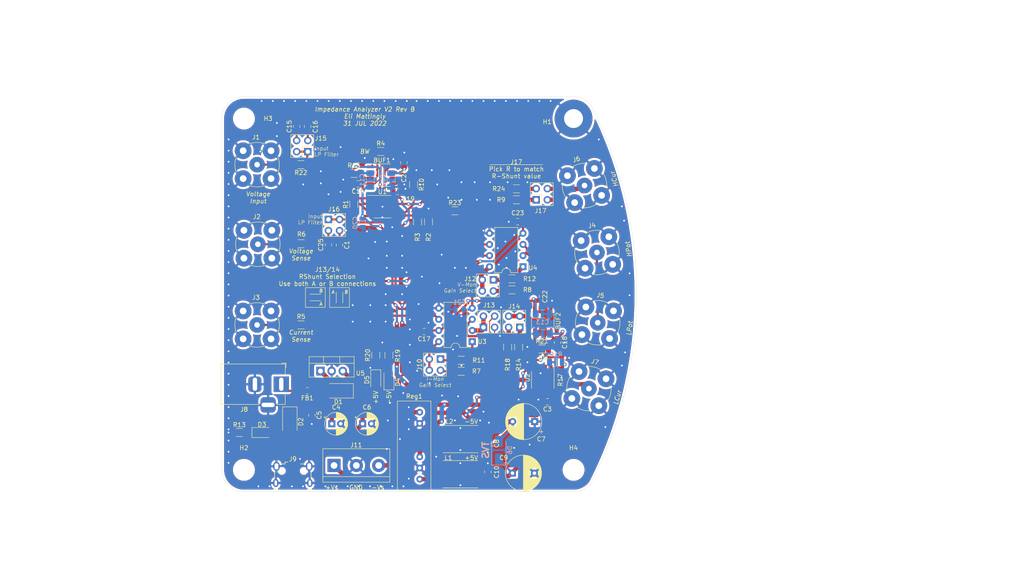
<source format=kicad_pcb>
(kicad_pcb (version 20211014) (generator pcbnew)
  (layers (0 "F.Cu" signal) (31 "B.Cu" signal) (34 "B.Paste" user) (35 "F.Paste" user) (36 "B.SilkS" user "B.Silkscreen") (37 "F.SilkS" user "F.Silkscreen") (38 "B.Mask" user) (39 "F.Mask" user) (44 "Edge.Cuts" user))
  (net 0 "")
  (net 1 "GND")
  (net 2 "Net-(C1-Pad1)")
  (net 3 "Net-(C25-Pad1)")
  (net 4 "Net-(J4-Pad1)")
  (net 5 "Net-(J10-Pad1)")
  (net 6 "Net-(R5-Pad1)")
  (net 7 "Net-(R6-Pad1)")
  (net 8 "Net-(BUF1-Pad6)")
  (net 9 "Net-(C4-Pad1)")
  (net 10 "Net-(D1-Pad2)")
  (net 11 "Net-(FB1-Pad2)")
  (net 12 "Net-(J9-Pad2)")
  (net 13 "+5V")
  (net 14 "Net-(D3-Pad1)")
  (net 15 "-5V")
  (net 16 "+5VP")
  (net 17 "Net-(L1-Pad2)")
  (net 18 "Net-(L2-Pad2)")
  (net 19 "Net-(D4-Pad2)")
  (net 20 "Net-(D5-Pad1)")
  (net 22 "Net-(C15-Pad1)")
  (net 23 "Net-(BUF1-Pad3)")
  (net 24 "Net-(BUF1-Pad1)")
  (net 26 "Net-(BUF2-Pad3)")
  (net 27 "Net-(BUF2-Pad1)")
  (net 28 "IOut")
  (net 33 "IMon+")
  (net 34 "IMon-")
  (net 35 "Net-(J10-Pad2)")
  (net 36 "Net-(J10-Pad3)")
  (net 37 "Net-(J12-Pad2)")
  (net 38 "Net-(R1-Pad2)")
  (net 39 "Net-(R10-Pad2)")
  (net 40 "Net-(J12-Pad1)")
  (net 41 "Net-(J12-Pad3)")
  (net 42 "Net-(J13-Pad3)")
  (net 43 "Net-(J2-Pad1)")
  (net 44 "Net-(J3-Pad1)")
  (net 45 "Net-(J5-Pad1)")
  (net 46 "Net-(BUF2-Pad6)")
  (net 47 "Net-(R15-Pad1)")
  (net 48 "Net-(J13-Pad4)")
  (net 49 "Net-(R11-Pad1)")
  (net 50 "Net-(R12-Pad1)")
  (net 51 "Net-(R16-Pad1)")
  (net 52 "Net-(C16-Pad1)")
  (net 53 "InputSig")
  (net 54 "Net-(J15-Pad1)")
  (net 55 "Net-(J16-Pad1)")
  (net 56 "Net-(R9-Pad1)")
  (net 57 "Net-(J17-Pad2)")
  (footprint "Connector_Coaxial:BNC_TEConnectivity_1478204_Vertical" (layer "F.Cu") (at 78.175 86.125)
    (fp_text reference "J2")
    (fp_text value "Conn_Coaxial")
  )
  (footprint "Connector_Coaxial:BNC_TEConnectivity_1478204_Vertical" (layer "F.Cu") (at 152.5 72.75 15)
    (fp_text reference "J6")
    (fp_text value "Conn_Coaxial")
  )
  (footprint "Connector_Coaxial:BNC_TEConnectivity_1478204_Vertical" (layer "F.Cu") (at 153.5 119 -15)
    (fp_text reference "J7")
    (fp_text value "Conn_Coaxial")
  )
  (footprint "Resistor_SMD:R_1206_3216Metric" (layer "F.Cu") (at 88 104.5 180)
    (fp_text reference "R5")
    (fp_text value "47")
  )
  (footprint "Resistor_SMD:R_1206_3216Metric" (layer "F.Cu") (at 88 86 180)
    (fp_text reference "R6")
    (fp_text value "47")
  )
  (footprint "Resistor_SMD:R_1206_3216Metric" (layer "F.Cu") (at 124.45 115.05)
    (fp_text reference "R7")
    (fp_text value "10k")
  )
  (footprint "Resistor_SMD:R_1206_3216Metric" (layer "F.Cu") (at 136 96.5 180)
    (fp_text reference "R8")
    (fp_text value "10k")
  )
  (footprint "Package_DIP:DIP-8_W7.62mm" (layer "F.Cu") (at 126.95 108.3 180)
    (fp_text reference "U3")
    (fp_text value "INA129")
  )
  (footprint "Connector_Coaxial:BNC_TEConnectivity_1478204_Vertical" (layer "F.Cu") (at 155.5 104 -8)
    (fp_text reference "J5")
    (fp_text value "Conn_Coaxial")
  )
  (footprint "Connector_Coaxial:BNC_TEConnectivity_1478204_Vertical" (layer "F.Cu") (at 155.325 88 8)
    (fp_text reference "J4")
    (fp_text value "Conn_Coaxial")
  )
  (footprint "Package_DIP:DIP-8_W7.62mm" (layer "F.Cu") (at 138.5 91.25 180)
    (fp_text reference "U4")
    (fp_text value "INA129")
  )
  (footprint "Capacitor_THT:CP_Radial_D5.0mm_P2.00mm" (layer "F.Cu") (at 95 127)
    (fp_text reference "C4")
    (fp_text value "22u")
  )
  (footprint "Capacitor_SMD:C_0805_2012Metric" (layer "F.Cu") (at 90.45 125.05 -90)
    (fp_text reference "C5")
    (fp_text value "100n")
  )
  (footprint "Diode_SMD:D_SMA" (layer "F.Cu") (at 96.5 119.5 180)
    (fp_text reference "D1")
    (fp_text value "D")
  )
  (footprint "Diode_SMD:D_SMA" (layer "F.Cu") (at 85.45 126.55 -90)
    (fp_text reference "D2")
    (fp_text value "D_TVS")
  )
  (footprint "Resistor_SMD:R_0805_2012Metric" (layer "F.Cu") (at 89.4125 119.5 180)
    (fp_text reference "FB1")
    (fp_text value "Ferrite_Bead")
  )
  (footprint "Connector_BarrelJack:BarrelJack_Horizontal" (layer "F.Cu") (at 83.5 118)
    (fp_text reference "J8")
    (fp_text value "Barrel_Jack_Switch")
  )
  (footprint "Connector_USB:USB_Micro-B_Wuerth_629105150521" (layer "F.Cu") (at 86.125 138.55)
    (fp_text reference "J9")
    (fp_text value "USB_B_Micro")
  )
  (footprint "Capacitor_THT:CP_Radial_D5.0mm_P2.00mm" (layer "F.Cu") (at 102 127)
    (fp_text reference "C6")
    (fp_text value "22u")
  )
  (footprint "LED_SMD:LED_1206_3216Metric" (layer "F.Cu") (at 79.1 129)
    (fp_text reference "D3")
    (fp_text value "LED")
  )
  (footprint "Resistor_SMD:R_1206_3216Metric" (layer "F.Cu") (at 73.9625 129 180)
    (fp_text reference "R13")
    (fp_text value "1k")
  )
  (footprint "Package_TO_SOT_THT:TO-220-3_Vertical" (layer "F.Cu") (at 92.42 115)
    (fp_text reference "U5")
    (fp_text value "L7805")
  )
  (footprint "Capacitor_THT:CP_Radial_D8.0mm_P5.00mm" (layer "F.Cu") (at 141.152651 126.5 180)
    (fp_text reference "C7")
    (fp_text value "CP")
  )
  (footprint "Capacitor_THT:CP_Radial_D8.0mm_P5.00mm" (layer "F.Cu") (at 136.097349 138.25)
    (fp_text reference "C9")
    (fp_text value "CP")
  )
  (footprint "Resistor_SMD:R_1206_3216Metric" (layer "F.Cu") (at 114.5 81.0375 -90)
    (fp_text reference "R3")
    (fp_text value "DNP")
  )
  (footprint "Resistor_SMD:R_1206_3216Metric" (layer "F.Cu") (at 117 81 90)
    (fp_text reference "R2")
    (fp_text value "10k")
  )
  (footprint "Capacitor_SMD:C_0805_2012Metric" (layer "F.Cu") (at 96.75 86.3 -90)
    (fp_text reference "C1")
    (fp_text value "1n")
  )
  (footprint "Resistor_SMD:R_1206_3216Metric" (layer "F.Cu") (at 100 77.0375 90)
    (fp_text reference "R1")
    (fp_text value "1k")
  )
  (footprint "Package_SO:SO-8_3.9x4.9mm_P1.27mm" (layer "F.Cu") (at 106.525 77.565)
    (fp_text reference "U1")
    (fp_text value "LM358")
  )
  (footprint "Capacitor_SMD:C_0805_2012Metric" (layer "F.Cu") (at 100.95 72.4 180)
    (fp_text reference "C14")
    (fp_text value "100n")
  )
  (footprint "Capacitor_SMD:C_0805_2012Metric" (layer "F.Cu") (at 116 106 180)
    (fp_text reference "C17")
    (fp_text value "100n")
  )
  (footprint "Capacitor_SMD:C_0805_2012Metric" (layer "F.Cu") (at 109.95 74.1)
    (fp_text reference "C19")
    (fp_text value "100n")
  )
  (footprint "LED_SMD:LED_1206_3216Metric" (layer "F.Cu") (at 108 117 90)
    (fp_text reference "D4")
    (fp_text value "LED")
  )
  (footprint "LED_SMD:LED_1206_3216Metric" (layer "F.Cu") (at 105 117 -90)
    (fp_text reference "D5")
    (fp_text value "LED")
  )
  (footprint "Resistor_SMD:R_1206_3216Metric" (layer "F.Cu") (at 108 111.39 90)
    (fp_text reference "R19")
    (fp_text value "1k")
  )
  (footprint "Resistor_SMD:R_1206_3216Metric" (layer "F.Cu") (at 105 111.39 90)
    (fp_text reference "R20")
    (fp_text value "1k")
  )
  (footprint "MountingHole:MountingHole_4.3mm_M4_Pad" (layer "F.Cu") (at 150 57.5)
    (fp_text reference "H1")
    (fp_text value "MountingHole_Pad")
  )
  (footprint "MountingHole:MountingHole_4mm" (layer "F.Cu") (at 75 137.5)
    (fp_text reference "H2")
    (fp_text value "MountingHole")
  )
  (footprint "MountingHole:MountingHole_4mm" (layer "F.Cu") (at 150 137.5)
    (fp_text reference "H4")
    (fp_text value "MountingHole")
  )
  (footprint "MountingHole:MountingHole_4mm" (layer "F.Cu") (at 75 57.5)
    (fp_text reference "H3")
    (fp_text value "MountingHole")
  )
  (footprint "Capacitor_SMD:C_0805_2012Metric" (layer "F.Cu") (at 141.5 98 90)
    (fp_text reference "C22")
    (fp_text value "100n")
  )
  (footprint "Capacitor_SMD:C_0805_2012Metric" (layer "F.Cu") (at 137.3 81 180)
    (fp_text reference "C23")
    (fp_text value "100n")
  )
  (footprint "Capacitor_SMD:C_0805_2012Metric" (layer "F.Cu") (at 111.4 67.55 90)
    (fp_text reference "C24")
    (fp_text value "100n")
  )
  (footprint "Resistor_SMD:R_1206_3216Metric" (layer "F.Cu") (at 137 76 180)
    (fp_text reference "R9")
    (fp_text value "100")
  )
  (footprint "Connector_Coaxial:BNC_TEConnectivity_1478204_Vertical" (layer "F.Cu") (at 78 68)
    (fp_text reference "J1")
    (fp_text value "Conn_Coaxial")
  )
  (footprint "Package_SO:SO-8_3.9x4.9mm_P1.27mm" (layer "F.Cu") (at 106.4 70.4)
    (fp_text reference "BUF1")
    (fp_text value "BUF634")
  )
  (footprint "Package_SO:SO-8_3.9x4.9mm_P1.27mm" (layer "F.Cu") (at 143 103.55 90)
    (fp_text reference "BUF2")
    (fp_text value "BUF634")
  )
  (footprint "Resistor_SMD:R_1206_3216Metric" (layer "F.Cu") (at 106.1375 65)
    (fp_text reference "R4")
    (fp_text value "DNP")
  )
  (footprint "Resistor_SMD:R_1206_3216Metric" (layer "F.Cu") (at 113.6 72.5375 -90)
    (fp_text reference "R10")
    (fp_text value "0")
  )
  (footprint "Resistor_SMD:R_1206_3216Metric" (layer "F.Cu") (at 135 109.5375 -90)
    (fp_text reference "R18")
    (fp_text value "100")
  )
  (footprint "Resistor_SMD:R_1206_3216Metric" (layer "F.Cu") (at 142.8275 109.975)
    (fp_text reference "R21")
    (fp_text value "DNP")
  )
  (footprint "Package_SO:SO-8_3.9x4.9mm_P1.27mm" (layer "F.Cu") (at 143 117 -90)
    (fp_text reference "U2")
    (fp_text value "LM358")
  )
  (footprint "Capacitor_SMD:C_0805_2012Metric" (layer "F.Cu") (at 144.05 122 180)
    (fp_text reference "C3")
    (fp_text value "100n")
  )
  (footprint "TerminalBlock:TerminalBlock_bornier-3_P5.08mm" (layer "F.Cu") (at 95.5 136.5)
    (fp_text reference "J11")
    (fp_text value "Screw_Terminal_01x03")
  )
  (footprint "Capacitor_SMD:C_0805_2012Metric" (layer "F.Cu") (at 130.5 137.95 90)
    (fp_text reference "C10")
    (fp_text value "100n")
  )
  (footprint "Inductor_SMD:L_Taiyo-Yuden_NR-60xx_HandSoldering" (layer "F.Cu") (at 124.275 130.5 180)
    (fp_text reference "L2")
    (fp_text value "10u")
  )
  (footprint "Martinos:SIP-2W-7" (layer "F.Cu") (at 115 132 -90)
    (fp_text reference "Reg1")
    (fp_text value "DPUN02L-XX")
  )
  (footprint "Capacitor_SMD:C_0805_2012Metric" (layer "F.Cu") (at 130.5 131.55 -90)
    (fp_text reference "C8")
    (fp_text value "100n")
  )
  (footprint "Inductor_SMD:L_Taiyo-Yuden_NR-60xx_HandSoldering" (layer "F.Cu") (at 124.275 138.5 180)
    (fp_text reference "L1")
    (fp_text value "10u")
  )
  (footprint "Capacitor_SMD:C_0805_2012Metric" (layer "F.Cu") (at 146.365 108.525 -90)
    (fp_text reference "C18")
    (fp_text value "100n")
  )
  (footprint "Resistor_SMD:R_1206_3216Metric" (layer "F.Cu") (at 87.9625 68 180)
    (fp_text reference "R22")
    (fp_text value "1k")
  )
  (footprint "Capacitor_SMD:C_0805_2012Metric" (layer "F.Cu") (at 89.5 59.3 90)
    (fp_text reference "C16")
    (fp_text value "10n")
  )
  (footprint "Connector_PinHeader_2.54mm:PinHeader_2x02_P2.54mm_Vertical" (layer "F.Cu") (at 94.225 80.475)
    (fp_text reference "J16")
    (fp_text value "Conn_02x02_Counter_Clockwise")
  )
  (footprint "Resistor_SMD:R_1206_3216Metric" (layer "F.Cu") (at 137 73.5 180)
    (fp_text reference "R24")
    (fp_text value "10k")
  )
  (footprint "Resistor_SMD:R_1206_3216Metric" (layer "F.Cu") (at 147 113.0375 90)
    (fp_text reference "R17")
    (fp_text value "50")
  )
  (footprint "Resistor_SMD:R_1206_3216Metric" (layer "F.Cu") (at 123 78.5)
    (fp_text reference "R23")
    (fp_text value "DNP")
  )
  (footprint "Connector_PinHeader_2.54mm:PinHeader_2x02_P2.54mm_Vertical" (layer "F.Cu") (at 89.54 65.04 180)
    (fp_text reference "J15")
    (fp_text value "Conn_02x02_Counter_Clockwise")
  )
  (footprint "Capacitor_SMD:C_0805_2012Metric" (layer "F.Cu") (at 87 59.3 90)
    (fp_text reference "C15")
    (fp_text value "1n")
  )
  (footprint "Capacitor_SMD:C_0805_2012Metric" (layer "F.Cu") (at 94.25 86.25 -90)
    (fp_text reference "C25")
    (fp_text value "10n")
  )
  (footprint "Resistor_SMD:R_1206_3216Metric" (layer "F.Cu") (at 137.5 109.5375 -90)
    (fp_text reference "R14")
    (fp_text value "10k")
  )
  (footprint "Connector_PinHeader_2.54mm:PinHeader_2x02_P2.54mm_Vertical" (layer "F.Cu") (at 129.5 105.04 90)
    (fp_text reference "J13")
    (fp_text value "Conn_02x02_Counter_Clockwise")
  )
  (footprint "Connector_PinHeader_2.54mm:PinHeader_2x02_P2.54mm_Vertical" (layer "F.Cu") (at 119.725 112.275 -90)
    (fp_text reference "J10")
    (fp_text value "Conn_02x02_Counter_Clockwise")
  )
  (footprint "Connector_Coaxial:BNC_TEConnectivity_1478204_Vertical" (layer "F.Cu") (at 78 104.5)
    (fp_text reference "J3")
    (fp_text value "Conn_Coaxial")
  )
  (footprint "Resistor_SMD:R_1206_3216Metric" (layer "F.Cu") (at 100.0375 70)
    (fp_text reference "R15")
    (fp_text value "50")
  )
  (footprint "Connector_PinHeader_2.54mm:PinHeader_2x02_P2.54mm_Vertical" (layer "F.Cu") (at 141.5 76 90)
    (fp_text reference "J17")
    (fp_text value "Conn_02x02_Counter_Clockwise")
  )
  (footprint "Connector_PinHeader_2.54mm:PinHeader_2x02_P2.54mm_Vertical" (layer "F.Cu") (at 131.775 94.225 -90)
    (fp_text reference "J12")
    (fp_text value "Conn_02x02_Counter_Clockwise")
  )
  (footprint "Resistor_SMD:R_1206_3216Metric" (layer "F.Cu") (at 124.45 112.55 180)
    (fp_text reference "R11")
    (fp_text value "1k")
  )
  (footprint "Resistor_SMD:R_1206_3216Metric" (layer "F.Cu") (at 136 94 180)
    (fp_text reference "R12")
    (fp_text value "1k")
  )
  (footprint "Connector_PinHeader_2.54mm:PinHeader_2x02_P2.54mm_Vertical" (layer "F.Cu") (at 137.775 105.04 180)
    (fp_text reference "J14")
    (fp_text value "Conn_02x02_Counter_Clockwise")
  )
  (footprint "Capacitor_SMD:C_0805_2012Metric" (layer "B.Cu") (at 102 81.25 -90)
    (fp_text reference "C20")
    (fp_text value "100n")
  )
  (footprint "Capacitor_SMD:C_0805_2012Metric" (layer "B.Cu") (at 124.05 101 180)
    (fp_text reference "C21")
    (fp_text value "100n")
  )
  (footprint "Resistor_SMD:R_1206_3216Metric" (layer "B.Cu") (at 146 113 180)
    (fp_text reference "R16")
    (fp_text value "10k")
  )
  (footprint "Capacitor_SMD:C_1206_3216Metric_Pad1.33x1.80mm_HandSolder" (layer "B.Cu") (at 108.5 71.5 -90)
    (fp_text reference "C12")
    (fp_text value "C_Polarized")
  )
  (footprint "Capacitor_SMD:C_1206_3216Metric_Pad1.33x1.80mm_HandSolder" (layer "B.Cu") (at 103.75 71.5 -90)
    (fp_text reference "C11")
    (fp_text value "C_Polarized")
  )
  (footprint "Capacitor_SMD:C_1206_3216Metric_Pad1.33x1.80mm_HandSolder" (layer "B.Cu") (at 142.95 102)
    (fp_text reference "C13")
    (fp_text value "C_Polarized")
  )
  (footprint "Capacitor_SMD:C_1206_3216Metric_Pad1.33x1.80mm_HandSolder" (layer "B.Cu") (at 143.05 106.5)
    (fp_text reference "C2")
    (fp_text value "C_Polarized")
  )
  (footprint "Diode_SMD:D_SMA" (layer "B.Cu") (at 133 133 90)
    (fp_text reference "D6")
    (fp_text value "D_TVS")
  )
  (gr_line (start 90 99) (end 92.5 99) (layer "F.SilkS") (width 0.12))
  (gr_line (start 96 97) (end 96 99.5) (layer "F.SilkS") (width 0.12))
  (gr_rect (start 94.5 96) (end 99 100.5) (layer "F.SilkS") (width 0.12) (fill none))
  (gr_line (start 131 68) (end 143 68) (layer "F.SilkS") (width 0.12))
  (gr_rect (start 89 96) (end 93.5 100.5) (layer "F.SilkS") (width 0.12) (fill none))
  (gr_line (start 90 97.5) (end 92.5 97.5) (layer "F.SilkS") (width 0.12))
  (gr_line (start 97.5 97) (end 97.5 99.5) (layer "F.SilkS") (width 0.12))
  (gr_line (start 70 57.5) (end 70 137.5) (layer "Edge.Cuts") (width 0.05))
  (gr_arc (start 70 57.5) (mid 71.464466 53.964466) (end 75 52.5) (layer "Edge.Cuts") (width 0.05))
  (gr_arc (start 75 142.5) (mid 71.464466 141.035534) (end 70 137.5) (layer "Edge.Cuts") (width 0.05))
  (gr_arc (start 154 140.5) (mid 152.236068 141.972136) (end 150 142.5) (layer "Edge.Cuts") (width 0.05))
  (gr_arc (start 150 52.5) (mid 152.236068 53.027864) (end 154 54.5) (layer "Edge.Cuts") (width 0.05))
  (gr_arc (start 153.999999 54.5) (mid 164.366307 97.5) (end 153.999999 140.499999) (layer "Edge.Cuts") (width 0.05))
  (gr_line (start 150 52.5) (end 75 52.5) (layer "Edge.Cuts") (width 0.05))
  (gr_line (start 75 142.5) (end 150 142.5) (layer "Edge.Cuts") (width 0.05))
  (gr_text "TVS" (at 130 133 90) (layer "B.SilkS") (effects (font (size 1.5 1.5) (thickness 0.3)) (justify mirror)))
  (gr_text "Voltage\nSense" (at 88 88.5) (layer "F.SilkS") (effects (font (size 1 1) (thickness 0.15) italic)))
  (gr_text "Voltage\nInput" (at 78.25 75.5) (layer "F.SilkS") (effects (font (size 1 1) (thickness 0.15) italic)))
  (gr_text "HCur" (at 159.25 71.25 105) (layer "F.SilkS") (effects (font (size 1 1) (thickness 0.15) italic)))
  (gr_text "HPot" (at 162.5 87.25 98) (layer "F.SilkS") (effects (font (size 1 1) (thickness 0.15) italic)))
  (gr_text "LPot" (at 162.75 105.25 83) (layer "F.SilkS") (effects (font (size 1 1) (thickness 0.15) italic)))
  (gr_text "LCur" (at 160 121 75) (layer "F.SilkS") (effects (font (size 1 1) (thickness 0.15) italic)))
  (gr_text "-Vs" (at 105.5 141.5) (layer "F.SilkS") (effects (font (size 1 1))))
  (gr_text "+Vs" (at 95 141.5) (layer "F.SilkS") (effects (font (size 1 1))))
  (gr_text "GND" (at 100.5 141.5) (layer "F.SilkS") (effects (font (size 1 1))))
  (gr_text "BW" (at 143 112.05) (layer "F.SilkS") (effects (font (size 1 1) (thickness 0.15) italic)))
  (gr_text "-5V" (at 126.75 126.5) (layer "F.SilkS") (effects (font (size 1 1))))
  (gr_text "B" (at 92.5 96.75) (layer "F.SilkS") (effects (font (size 0.75 0.75) (thickness 0.15) italic)))
  (gr_text "-5V" (at 108 121 90) (layer "F.SilkS") (effects (font (size 1 1))))
  (gr_text "J17\nPick R to match\nR-Shunt value" (at 137 69) (layer "F.SilkS") (effects (font (size 1 1))))
  (gr_text "Impedance Analyzer V2 Rev B\nEli Mattingly\n31 JUL 2022" (at 102.5 57) (layer "F.SilkS") (effects (font (size 1 1) (thickness 0.15) italic)))
  (gr_text "I-Mon\nGain Select" (at 118.5 117.5) (layer "F.SilkS") (effects (font (size 0.85 0.85) (thickness 0.1) italic)))
  (gr_text "BW" (at 102.5 65) (layer "F.SilkS") (effects (font (size 1 1) (thickness 0.15) italic)))
  (gr_text "A" (at 92.5 99.75) (layer "F.SilkS") (effects (font (size 0.75 0.75) (thickness 0.15) italic)))
  (gr_text "Input\nLP Filter" (at 92.895 80.475) (layer "F.SilkS") (effects (font (size 0.85 0.85) (thickness 0.1)) (justify right)))
  (gr_text "B" (at 98.25 97) (layer "F.SilkS") (effects (font (size 0.75 0.75) (thickness 0.15) italic)))
  (gr_text "+5V" (at 126.75 134.75) (layer "F.SilkS") (effects (font (size 1 1))))
  (gr_text "Current\nSense" (at 88 107) (layer "F.SilkS") (effects (font (size 1 1) (thickness 0.15) italic)))
  (gr_text "J13/14\nRShunt Selection\nUse both A or B connections" (at 94 93.5) (layer "F.SilkS") (effects (font (size 1 1))))
  (gr_text "+5V" (at 105 121 90) (layer "F.SilkS") (effects (font (size 1 1))))
  (gr_text "Input\nLP Filter" (at 91 65) (layer "F.SilkS") (effects (font (size 0.85 0.85) (thickness 0.1)) (justify left)))
  (gr_text "A" (at 95.25 97) (layer "F.SilkS") (effects (font (size 0.75 0.75) (thickness 0.15) italic)))
  (gr_text "V-Mon\nGain Select" (at 127.905 96) (layer "F.SilkS") (effects (font (size 0.85 0.85) (thickness 0.1) italic) (justify right)))
  (segment (start 87.425 136.65) (end 89.8 136.65) (width 0.25) (layer "F.Cu") (net 1))
  (segment (start 87.425 135.825) (end 87.75 135.5) (width 0.25) (layer "F.Cu") (net 1))
  (segment (start 142.5 122) (end 142 121.5) (width 0.5) (layer "F.Cu") (net 1))
  (segment (start 72.5 129) (end 71.5 129) (width 0.5) (layer "F.Cu") (net 1))
  (segment (start 142.365 115.365) (end 142.5 115.5) (width 0.5) (layer "F.Cu") (net 1))
  (segment (start 142.365 114.425) (end 142.365 115.365) (width 0.5) (layer "F.Cu") (net 1))
  (segment (start 100 72.4) (end 100 73.5) (width 0.5) (layer "F.Cu") (net 1))
  (segment (start 143.1 122) (end 142.5 122) (width 0.5) (layer "F.Cu") (net 1))
  (segment (start 87.425 136.65) (end 87.425 135.825) (width 0.25) (layer "F.Cu") (net 1))
  (segment (start 87.75 135.5) (end 87.75 135) (width 0.25) (layer "F.Cu") (net 1))
  (segment (start 89.8 136.65) (end 89.85 136.7) (width 0.25) (layer "F.Cu") (net 1))
  (via (at 82.5 61.5) (size 0.8) (drill 0.4) (layers "F.Cu" "B.Cu") (net 1))
  (via (at 82.5 58.5) (size 0.8) (drill 0.4) (layers "F.Cu" "B.Cu") (net 1))
  (via (at 103.75 100) (size 0.8) (drill 0.4) (layers "F.Cu" "B.Cu") (net 1))
  (via (at 107.25 100) (size 0.8) (drill 0.4) (layers "F.Cu" "B.Cu") (net 1))
  (via (at 103.75 114.25) (size 0.8) (drill 0.4) (layers "F.Cu" "B.Cu") (net 1))
  (via (at 107.5 91.5) (size 0.8) (drill 0.4) (layers "F.Cu" "B.Cu") (net 1))
  (via (at 129.5 83) (size 0.8) (drill 0.4) (layers "F.Cu" "B.Cu") (net 1))
  (via (at 97.6 71.4) (size 0.8) (drill 0.4) (layers "F.Cu" "B.Cu") (net 1))
  (via (at 97 74.2) (size 0.8) (drill 0.4) (layers "F.Cu" "B.Cu") (net 1))
  (via (at 78.75 65) (size 0.8) (drill 0.4) (layers "F.Cu" "B.Cu") (net 1))
  (via (at 124.5 113.75) (size 0.8) (drill 0.4) (layers "F.Cu" "B.Cu") (net 1))
  (via (at 106.5 108.5) (size 0.8) (drill 0.4) (layers "F.Cu" "B.Cu") (net 1))
  (via (at 132.75 87) (size 0.8) (drill 0.4) (layers "F.Cu" "B.Cu") (net 1))
  (via (at 134.5 85.5) (size 0.8) (drill 0.4) (layers "F.Cu" "B.Cu") (net 1))
  (via (at 112.5 139.5) (size 0.8) (drill 0.4) (layers "F.Cu" "B.Cu") (net 1))
  (via (at 130.5 136) (size 0.8) (drill 0.4) (layers "F.Cu" "B.Cu") (net 1))
  (via (at 124.25 136) (size 0.8) (drill 0.4) (layers "F.Cu" "B.Cu") (net 1))
  (via (at 124.25 141) (size 0.8) (drill 0.4) (layers "F.Cu" "B.Cu") (net 1))
  (via (at 110.5 130.5) (size 0.8) (drill 0.4) (layers "F.Cu" "B.Cu") (net 1))
  (via (at 112.5 128.25) (size 0.8) (drill 0.4) (layers "F.Cu" "B.Cu") (net 1))
  (via (at 130.5 133.5) (size 0.8) (drill 0.4) (layers "F.Cu" "B.Cu") (net 1))
  (via (at 129.5 124.25) (size 0.8) (drill 0.4) (layers "F.Cu" "B.Cu") (net 1))
  (via (at 124.25 133) (size 0.8) (drill 0.4) (layers "F.Cu" "B.Cu") (net 1))
  (via (at 124.25 128) (size 0.8) (drill 0.4) (layers "F.Cu" "B.Cu") (net 1))
  (via (at 112.5 123.25) (size 0.8) (drill 0.4) (layers "F.Cu" "B.Cu") (net 1))
  (via (at 112 95.75) (size 0.8) (drill 0.4) (layers "F.Cu" "B.Cu") (net 1))
  (via (at 99.75 100) (size 0.8) (drill 0.4) (layers "F.Cu" "B.Cu") (net 1))
  (via (at 107.5 88.75) (size 0.8) (drill 0.4) (layers "F.Cu" "B.Cu") (net 1))
  (via (at 107.5 85.5) (size 0.8) (drill 0.4) (layers "F.Cu" "B.Cu") (net 1))
  (via (at 108.75 82.25) (size 0.8) (drill 0.4) (layers "F.Cu" "B.Cu") (net 1))
  (via (at 111 84.25) (size 0.8) (drill 0.4) (layers "F.Cu" "B.Cu") (net 1))
  (via (at 111 88.75) (size 0.8) (drill 0.4) (layers "F.Cu" "B.Cu") (net 1))
  (via (at 111 91.5) (size 0.8) (drill 0.4) (layers "F.Cu" "B.Cu") (net 1))
  (via (at 71.5 64.79) (size 0.8) (drill 0.4) (layers "F.Cu" "B.Cu") (net 1))
  (via (at 71.5 67.33) (size 0.8) (drill 0.4) (layers "F.Cu" "B.Cu") (net 1))
  (via (at 71.5 69.87) (size 0.8) (drill 0.4) (layers "F.Cu" "B.Cu") (net 1))
  (via (at 71.5 72.41) (size 0.8) (drill 0.4) (layers "F.Cu" "B.Cu") (net 1))
  (via (at 71.5 74.95) (size 0.8) (drill 0.4) (layers "F.Cu" "B.Cu") (net 1))
  (via (at 71.5 77.49) (size 0.8) (drill 0.4) (layers "F.Cu" "B.Cu") (net 1))
  (via (at 71.5 80.03) (size 0.8) (drill 0.4) (layers "F.Cu" "B.Cu") (net 1))
  (via (at 71.5 82.57) (size 0.8) (drill 0.4) (layers "F.Cu" "B.Cu") (net 1))
  (via (at 71.5 85.11) (size 0.8) (drill 0.4) (layers "F.Cu" "B.Cu") (net 1))
  (via (at 71.5 87.65) (size 0.8) (drill 0.4) (layers "F.Cu" "B.Cu") (net 1))
  (via (at 71.5 90.19) (size 0.8) (drill 0.4) (layers "F.Cu" "B.Cu") (net 1))
  (via (at 71.5 92.73) (size 0.8) (drill 0.4) (layers "F.Cu" "B.Cu") (net 1))
  (via (at 71.5 95.27) (size 0.8) (drill 0.4) (layers "F.Cu" "B.Cu") (net 1))
  (via (at 71.5 97.81) (size 0.8) (drill 0.4) (layers "F.Cu" "B.Cu") (net 1))
  (via (at 71.5 100.35) (size 0.8) (drill 0.4) (layers "F.Cu" "B.Cu") (net 1))
  (via (at 71.5 102.89) (size 0.8) (drill 0.4) (layers "F.Cu" "B.Cu") (net 1))
  (via (at 71.5 105.43) (size 0.8) (drill 0.4) (layers "F.Cu" "B.Cu") (net 1))
  (via (at 71.5 107.97) (size 0.8) (drill 0.4) (layers "F.Cu" "B.Cu") (net 1))
  (via (at 71.5 110.51) (size 0.8) (drill 0.4) (layers "F.Cu" "B.Cu") (net 1))
  (via (at 71.5 113.05) (size 0.8) (drill 0.4) (layers "F.Cu" "B.Cu") (net 1))
  (via (at 71.5 115.59) (size 0.8) (drill 0.4) (layers "F.Cu" "B.Cu") (net 1))
  (via (at 71.5 118.13) (size 0.8) (drill 0.4) (layers "F.Cu" "B.Cu") (net 1))
  (via (at 71.5 120.67) (size 0.8) (drill 0.4) (layers "F.Cu" "B.Cu") (net 1))
  (via (at 71.5 123.21) (size 0.8) (drill 0.4) (layers "F.Cu" "B.Cu") (net 1))
  (via (at 71.5 125.75) (size 0.8) (drill 0.4) (layers "F.Cu" "B.Cu") (net 1))
  (via (at 71.5 128.29) (size 0.8) (drill 0.4) (layers "F.Cu" "B.Cu") (net 1))
  (via (at 71.5 130.83) (size 0.8) (drill 0.4) (layers "F.Cu" "B.Cu") (net 1))
  (via (at 71.5 133.37) (size 0.8) (drill 0.4) (layers "F.Cu" "B.Cu") (net 1))
  (via (at 71.5 135.91) (size 0.8) (drill 0.4) (layers "F.Cu" "B.Cu") (net 1))
  (via (at 104.44 53.5) (size 0.8) (drill 0.4) (layers "F.Cu" "B.Cu") (net 1))
  (via (at 81.58 53.5) (size 0.8) (drill 0.4) (layers "F.Cu" "B.Cu") (net 1))
  (via (at 89.2 53.5) (size 0.8) (drill 0.4) (layers "F.Cu" "B.Cu") (net 1))
  (via (at 91.74 53.5) (size 0.8) (drill 0.4) (layers "F.Cu" "B.Cu") (net 1))
  (via (at 106.98 53.5) (size 0.8) (drill 0.4) (layers "F.Cu" "B.Cu") (net 1))
  (via (at 101.9 53.5) (size 0.8) (drill 0.4) (layers "F.Cu" "B.Cu") (net 1))
  (via (at 84.12 53.5) (size 0.8) (drill 0.4) (layers "F.Cu" "B.Cu") (net 1))
  (via (at 99.36 53.5) (size 0.8) (drill 0.4) (layers "F.Cu" "B.Cu") (net 1))
  (via (at 109.52 53.5) (size 0.8) (drill 0.4) (layers "F.Cu" "B.Cu") (net 1))
  (via (at 112.06 53.5) (size 0.8) (drill 0.4) (layers "F.Cu" "B.Cu") (net 1))
  (via (at 86.66 53.5) (size 0.8) (drill 0.4) (layers "F.Cu" "B.Cu") (net 1))
  (via (at 96.82 53.5) (size 0.8) (drill 0.4) (layers "F.Cu" "B.Cu") (net 1))
  (via (at 79.04 53.5) (size 0.8) (drill 0.4) (layers "F.Cu" "B.Cu") (net 1))
  (via (at 94.28 53.5) (size 0.8) (drill 0.4) (layers "F.Cu" "B.Cu") (net 1))
  (via (at 131 72) (size 0.8) (drill 0.4) (layers "F.Cu" "B.Cu") (net 1))
  (via (at 135 72) (size 0.8) (drill 0.4) (layers "F.Cu" "B.Cu") (net 1))
  (via (at 127.5 72) (size 0.8) (drill 0.4) (layers "F.Cu" "B.Cu") (net 1))
  (via (at 114.25 69.25) (size 0.8) (drill 0.4) (layers "F.Cu" "B.Cu") (net 1))
  (via (at 117.75 69.25) (size 0.8) (drill 0.4) (layers "F.Cu" "B.Cu") (net 1))
  (via (at 121.75 69.25) (size 0.8) (drill 0.4) (layers "F.Cu" "B.Cu") (net 1))
  (via (at 111.5 72.5) (size 0.8) (drill 0.4) (layers "F.Cu" "B.Cu") (net 1))
  (via (at 119 72.5) (size 0.8) (drill 0.4) (layers "F.Cu" "B.Cu") (net 1))
  (via (at 115 72.5) (size 0.8) (drill 0.4) (layers "F.Cu" "B.Cu") (net 1))
  (via (at 112.75 113) (size 0.8) (drill 0.4) (layers "F.Cu" "B.Cu") (net 1))
  (via (at 112.75 109) (size 0.8) (drill 0.4) (layers "F.Cu" "B.Cu") (net 1))
  (via (at 112.75 105.5) (size 0.8) (drill 0.4) (layers "F.Cu" "B.Cu") (net 1))
  (via (at 122.578427 110.078427) (size 0.8) (drill 0.4) (layers "F.Cu" "B.Cu") (net 1))
  (via (at 120.078427 120.578427) (size 0.8) (drill 0.4) (layers "F.Cu" "B.Cu") (net 1))
  (via (at 114.421573 114.921573) (size 0.8) (drill 0.4) (layers "F.Cu" "B.Cu") (net 1))
  (via (at 117.25 117.75) (size 0.8) (drill 0.4) (layers "F.Cu" "B.Cu") (net 1))
  (via (at 130.75 126.75) (size 0.8) (drill 0.4) (layers "F.Cu" "B.Cu") (net 1))
  (via (at 128.75 126.25) (size 0.8) (drill 0.4) (layers "F.Cu" "B.Cu") (net 1))
  (via (at 123 126.25) (size 0.8) (drill 0.4) (layers "F.Cu" "B.Cu") (net 1))
  (via (at 123.75 120.75) (size 0.8) (drill 0.4) (layers "F.Cu" "B.Cu") (net 1))
  (via (at 140 131.75) (size 0.8) (drill 0.4) (layers "F.Cu" "B.Cu") (net 1))
  (via (at 136.5 132.5) (size 0.8) (drill 0.4) (layers "F.Cu" "B.Cu") (net 1))
  (via (at 118.75 134.5) (size 0.8) (drill 0.4) (layers "F.Cu" "B.Cu") (net 1))
  (via (at 107.5 132.75) (size 0.8) (drill 0.4) (layers "F.Cu" "B.Cu") (net 1))
  (via (at 107.75 126.25) (size 0.8) (drill 0.4) (layers "F.Cu" "B.Cu") (net 1))
  (via (at 112.5 126) (size 0.8) (drill 0.4) (layers "F.Cu" "B.Cu") (net 1))
  (via (at 108.25 122.25) (size 0.8) (drill 0.4) (layers "F.Cu" "B.Cu") (net 1))
  (via (at 111.25 120) (size 0.8) (drill 0.4) (layers "F.Cu" "B.Cu") (net 1))
  (via (at 124.5 102.5) (size 0.8) (drill 0.4) (layers "F.Cu" "B.Cu") (net 1))
  (via (at 149 112) (size 0.8) (drill 0.4) (layers "F.Cu" "B.Cu") (net 1))
  (via (at 147.25 116.5) (size 0.8) (drill 0.4) (layers "F.Cu" "B.Cu") (net 1))
  (via (at 148 108.5) (size 0.8) (drill 0.4) (layers "F.Cu" "B.Cu") (net 1))
  (via (at 135.25 81) (size 0.8) (drill 0.4) (layers "F.Cu" "B.Cu") (net 1))
  (via (at 98.25 83) (size 0.8) (drill 0.4) (layers "F.Cu" "B.Cu") (net 1))
  (via (at 111.75 73.5) (size 0.8) (drill 0.4) (layers "F.Cu" "B.Cu") (net 1))
  (via (at 111.5 65.25) (size 0.8) (drill 0.4) (layers "F.Cu" "B.Cu") (net 1))
  (via (at 109 66.75) (size 0.8) (drill 0.4) (layers "F.Cu" "B.Cu") (net 1))
  (via (at 102.5 66.5) (size 0.8) (drill 0.4) (layers "F.Cu" "B.Cu") (net 1))
  (via (at 97 64) (size 0.8) (drill 0.4) (layers "F.Cu" "B.Cu") (net 1))
  (via (at 94.25 74.75) (size 0.8) (drill 0.4) (layers "F.Cu" "B.Cu") (net 1))
  (via (at 92.5 72.25) (size 0.8) (drill 0.4) (layers "F.Cu" "B.Cu") (net 1))
  (via (at 92.5 69.5) (size 0.8) (drill 0.4) (layers "F.Cu" "B.Cu") (net 1))
  (via (at 91.25 64.5) (size 0.8) (drill 0.4) (layers "F.Cu" "B.Cu") (net 1))
  (via (at 88.5 72.5) (size 0.8) (drill 0.4) (layers "F.Cu" "B.Cu") (net 1))
  (via (at 95.5 78.5) (size 0.8) (drill 0.4) (layers "F.Cu" "B.Cu") (net 1))
  (via (at 155.75 62.25) (size 0.8) (drill 0.4) (layers "F.Cu" "B.Cu") (net 1))
  (via (at 161 77.5) (size 0.8) (drill 0.4) (layers "F.Cu" "B.Cu") (net 1))
  (via (at 161.5 80.75) (size 0.8) (drill 0.4) (layers "F.Cu" "B.Cu") (net 1))
  (via (at 162.75 92.75) (size 0.8) (drill 0.4) (layers "F.Cu" "B.Cu") (net 1))
  (via (at 162.75 97.75) (size 0.8) (drill 0.4) (layers "F.Cu" "B.Cu") (net 1))
  (via (at 161.75 110.75) (size 0.8) (drill 0.4) (layers "F.Cu" "B.Cu") (net 1))
  (via (at 161 113.75) (size 0.8) (drill 0.4) (layers "F.Cu" "B.Cu") (net 1))
  (via (at 157.25 127.75) (size 0.8) (drill 0.4) (layers "F.Cu" "B.Cu") (net 1))
  (via (at 87.75 135) (size 0.8) (drill 0.4) (layers "F.Cu" "B.Cu") (net 1))
  (via (at 111.31 141.25) (size 0.8) (drill 0.4) (layers "F.Cu" "B.Cu") (net 1))
  (via (at 106.23 141.25) (size 0.8) (drill 0.4) (layers "F.Cu" "B.Cu") (net 1))
  (via (at 145.115 98.975) (size 0.8) (drill 0.4) (layers "F.Cu" "B.Cu") (net 1))
  (via (at 108.77 141.25) (size 0.8) (drill 0.4) (layers "F.Cu" "B.Cu") (net 1))
  (via (at 78.29 141.25) (size 0.8) (drill 0.4) (layers "F.Cu" "B.Cu") (net 1))
  (via (at 93.53 141.25) (size 0.8) (drill 0.4) (layers "F.Cu" "B.Cu") (net 1))
  (via (at 85.91 141.25) (size 0.8) (drill 0.4) (layers "F.Cu" "B.Cu") (net 1))
  (via (at 119.37 53.5) (size 0.8) (drill 0.4) (layers "F.Cu" "B.Cu") (net 1))
  (via (at 114.75 99.75) (size 0.8) (drill 0.4) (layers "F.Cu" "B.Cu") (net 1))
  (via (at 121.5 101.5) (size 0.8) (drill 0.4) (layers "F.Cu" "B.Cu") (net 1))
  (via (at 103.75 103.75) (size 0.8) (drill 0.4) (layers "F.Cu" "B.Cu") (net 1))
  (via (at 116.83 53.5) (size 0.8) (drill 0.4) (layers "F.Cu" "B.Cu") (net 1))
  (via (at 121.5 75.5) (size 0.8) (drill 0.4) (layers "F.Cu" "B.Cu") (net 1))
  (via (at 139.5 72) (size 0.8) (drill 0.4) (layers "F.Cu" "B.Cu") (net 1))
  (via (at 124.45 53.5) (size 0.8) (drill 0.4) (layers "F.Cu" "B.Cu") (net 1))
  (via (at 88.45 141.25) (size 0.8) (drill 0.4) (layers "F.Cu" "B.Cu") (net 1))
  (via (at 96.07 141.25) (size 0.8) (drill 0.4) (layers "F.Cu" "B.Cu") (net 1))
  (via (at 71.5 62.25) (size 0.8) (drill 0.4) (layers "F.Cu" "B.Cu") (net 1))
  (via (at 90.45 127.05) (size 0.8) (drill 0.4) (layers "F.Cu" "B.Cu") (net 1))
  (via (at 131 76) (size 0.8) (drill 0.4) (layers "F.Cu" "B.Cu") (net 1))
  (via (at 106.525 77.565) (size 0.8) (drill 0.4) (layers "F.Cu" "B.Cu") (net 1))
  (via (at 107.25 97.5) (size 0.8) (drill 0.4) (layers "F.Cu" "B.Cu") (net 1))
  (via (at 103 83.2) (size 0.8) (drill 0.4) (layers "F.Cu" "B.Cu") (net 1))
  (via (at 112 92.5) (size 0.8) (drill 0.4) (layers "F.Cu" "B.Cu") (net 1))
  (via (at 137.5 121.5) (size 0.8) (drill 0.4) (layers "F.Cu" "B.Cu") (net 1))
  (via (at 107.25 103.75) (size 0.8) (drill 0.4) (layers "F.Cu" "B.Cu") (net 1))
  (via (at 119.5 95) (size 0.8) (drill 0.4) (layers "F.Cu" "B.Cu") (net 1))
  (via (at 112.75 103.25) (size 0.8) (drill 0.4) (layers "F.Cu" "B.Cu") (net 1))
  (via (at 139.5 113) (size 0.8) (drill 0.4) (layers "F.Cu" "B.Cu") (net 1))
  (via (at 104.85 85.6) (size 0.8) (drill 0.4) (layers "F.Cu" "B.Cu") (net 1))
  (via (at 124.5 76) (size 0.8) (drill 0.4) (layers "F.Cu" "B.Cu") (net 1))
  (via (at 120 88.5) (size 0.8) (drill 0.4) (layers "F.Cu" "B.Cu") (net 1))
  (via (at 114.29 53.5) (size 0.8) (drill 0.4) (layers "F.Cu" "B.Cu") (net 1))
  (via (at 124.5 72) (size 0.8) (drill 0.4) (layers "F.Cu" "B.Cu") (net 1))
  (via (at 139.5 109.5) (size 0.8) (drill 0.4) (layers "F.Cu" "B.Cu") (net 1))
  (via (at 129.53 53.5) (size 0.8) (drill 0.4) (layers "F.Cu" "B.Cu") (net 1))
  (via (at 80.83 141.25) (size 0.8) (drill 0.4) (layers "F.Cu" "B.Cu") (net 1))
  (via (at 123.5 107) (size 0.8) (drill 0.4) (layers "F.Cu" "B.Cu") (net 1))
  (via (at 121.91 53.5) (size 0.8) (drill 0.4) (layers "F.Cu" "B.Cu") (net 1))
  (via (at 134.75 89.25) (size 0.8) (drill 0.4) (layers "F.Cu" "B.Cu") (net 1))
  (via (at 117 104) (size 0.8) (drill 0.4) (layers "F.Cu" "B.Cu") (net 1))
  (via (at 142.23 53.5) (size 0.8) (drill 0.4) (layers "F.Cu" "B.Cu") (net 1))
  (via (at 142.5 115.5) (size 0.8) (drill 0.4) (layers "F.Cu" "B.Cu") (net 1))
  (via (at 136.75 87.75) (size 0.8) (drill 0.4) (layers "F.Cu" "B.Cu") (net 1))
  (via (at 101.15 141.25) (size 0.8) (drill 0.4) (layers "F.Cu" "B.Cu") (net 1))
  (via (at 134.61 53.5) (size 0.8) (drill 0.4) (layers "F.Cu" "B.Cu") (net 1))
  (via (at 103.69 141.25) (size 0.8) (drill 0.4) (layers "F.Cu" "B.Cu") (net 1))
  (via (at 133 90.75) (size 0.8) (drill 0.4) (layers "F.Cu" "B.Cu") (net 1))
  (via (at 100 73.5) (size 0.8) (drill 0.4) (layers "F.Cu" "B.Cu") (net 1))
  (via (at 144.77 53.5) (size 0.8) (drill 0.4) (layers "F.Cu" "B.Cu") (net 1))
  (via (at 142 121.5) (size 0.8) (drill 0.4) (layers "F.Cu" "B.Cu") (net 1))
  (via (at 99.75 103.75) (size 0.8) (drill 0.4) (layers "F.Cu" "B.Cu") (net 1))
  (via (at 111 97.5) (size 0.8) (drill 0.4) (layers "F.Cu" "B.Cu") (net 1))
  (via (at 98.61 141.25) (size 0.8) (drill 0.4) (layers "F.Cu" "B.Cu") (net 1))
  (via (at 128 76) (size 0.8) (drill 0.4) (layers "F.Cu" "B.Cu") (net 1))
  (via (at 123 91.5) (size 0.8) (drill 0.4) (layers "F.Cu" "B.Cu") (net 1))
  (via (at 71.5 129) (size 0.8) (drill 0.4) (layers "F.Cu" "B.Cu") (net 1))
  (via (at 125.5 91.5) (size 0.8) (drill 0.4) (layers "F.Cu" "B.Cu") (net 1))
  (via (at 136.5 84) (size 0.8) (drill 0.4) (layers "F.Cu" "B.Cu") (net 1))
  (via (at 117 78) (size 0.8) (drill 0.4) (layers "F.Cu" "B.Cu") (net 1))
  (via (at 139.69 53.5) (size 0.8) (drill 0.4) (layers "F.Cu" "B.Cu") (net 1))
  (via (at 134.75 91.5) (size 0.8) (drill 0.4) (layers "F.Cu" "B.Cu") (net 1))
  (via (at 115.5 93.5) (size 0.8) (drill 0.4) (layers "F.Cu" "B.Cu") (net 1))
  (via (at 126.99 53.5) (size 0.8) (drill 0.4) (layers "F.Cu" "B.Cu") (net 1))
  (via (at 137.15 53.5) (size 0.8) (drill 0.4) (layers "F.Cu" "B.Cu") (net 1))
  (via (at 133.25 107) (size 0.8) (drill 0.4) (layers "F.Cu" "B.Cu") (net 1))
  (via (at 103.35 89.35) (size 0.8) (drill 0.4) (layers "F.Cu" "B.Cu") (net 1))
  (via (at 106.5 80) (size 0.8) (drill 0.4) (layers "F.Cu" "B.Cu") (net 1))
  (via (at 132.07 53.5) (size 0.8) (drill 0.4) (layers "F.Cu" "B.Cu") (net 1))
  (via (at 133.5 100.5) (size 0.8) (drill 0.4) (layers "F.Cu" "B.Cu") (net 1))
  (segment (start 102 82.2) (end 103 83.2) (width 0.5) (layer "B.Cu") (net 1))
  (segment (start 96.765 85.335) (end 96.75 85.35) (width 0.5) (layer "F.Cu") (net 2))
  (segment (start 96.765 83.015) (end 96.765 85.335) (width 0.5) (layer "F.Cu") (net 2))
  (segment (start 94.225 83.015) (end 94.225 85.275) (width 0.5) (layer "F.Cu") (net 3))
  (segment (start 94.225 85.275) (end 94.25 85.3) (width 0.5) (layer "F.Cu") (net 3))
  (segment (start 155.325 88) (end 155.325 93.175) (width 0.5) (layer "F.Cu") (net 4))
  (segment (start 153 95.5) (end 147.83 95.5) (width 0.5) (layer "F.Cu") (net 4))
  (segment (start 155.325 93.175) (end 153 95.5) (width 0.5) (layer "F.Cu") (net 4))
  (segment (start 138.5 86.17) (end 138.62 86.17) (width 0.5) (layer "F.Cu") (net 4))
  (segment (start 147.83 95.5) (end 138.5 86.17) (width 0.5) (layer "F.Cu") (net 4))
  (segment (start 120 112.55) (end 119.725 112.275) (width 0.5) (layer "F.Cu") (net 5))
  (segment (start 122.9875 112.55) (end 120 112.55) (width 0.5) (layer "F.Cu") (net 5))
  (segment (start 119.33 103.22) (end 118.510489 102.400489) (width 0.5) (layer "F.Cu") (net 6))
  (segment (start 91.562011 102.400489) (end 89.4625 104.5) (width 0.5) (layer "F.Cu") (net 6))
  (segment (start 118.510489 102.400489) (end 91.562011 102.400489) (width 0.5) (layer "F.Cu") (net 6))
  (segment (start 130.88 86.17) (end 130.71 86) (width 0.5) (layer "F.Cu") (net 7))
  (segment (start 107.949979 94.5) (end 97.9625 94.5) (width 0.5) (layer "F.Cu") (net 7))
  (segment (start 120.33 86.17) (end 112 94.5) (width 0.5) (layer "F.Cu") (net 7))
  (segment (start 97.9625 94.5) (end 89.4625 86) (width 0.5) (layer "F.Cu") (net 7))
  (segment (start 130.88 86.17) (end 120.33 86.17) (width 0.5) (layer "F.Cu") (net 7))
  (via (at 112 94.5) (size 0.8) (drill 0.4) (layers "F.Cu" "B.Cu") (net 7))
  (via (at 107.949979 94.5) (size 0.8) (drill 0.4) (layers "F.Cu" "B.Cu") (net 7))
  (segment (start 112 94.5) (end 107.949979 94.5) (width 0.5) (layer "B.Cu") (net 7))
  (segment (start 124.4625 78.5) (end 126 78.5) (width 0.5) (layer "F.Cu") (net 8))
  (segment (start 126 78.5) (end 126.5 78) (width 0.5) (layer "F.Cu") (net 8))
  (segment (start 108.975 71.035) (end 113.56 71.035) (width 0.5) (layer "F.Cu") (net 8))
  (segment (start 135.5375 76) (end 133.5 76) (width 1) (layer "F.Cu") (net 8))
  (segment (start 113.6 71.075) (end 120.075 71.075) (width 1) (layer "F.Cu") (net 8))
  (segment (start 135.5375 73.5) (end 133 73.5) (width 1) (layer "F.Cu") (net 8))
  (segment (start 120.075 71.075) (end 122.5 73.5) (width 1) (layer "F.Cu") (net 8))
  (segment (start 122.5 73.5) (end 125 73.5) (width 1) (layer "F.Cu") (net 8))
  (segment (start 133 73.5) (end 126.5 73.5) (width 1) (layer "F.Cu") (net 8))
  (segment (start 133.5 76) (end 133 75.5) (width 1) (layer "F.Cu") (net 8))
  (segment (start 126.5 78) (end 126.5 73.5) (width 0.5) (layer "F.Cu") (net 8))
  (segment (start 124.9625 73.5) (end 126.5 73.5) (width 1) (layer "F.Cu") (net 8))
  (segment (start 133 75.5) (end 133 73.5) (width 1) (layer "F.Cu") (net 8))
  (segment (start 113.56 71.035) (end 113.6 71.075) (width 0.5) (layer "F.Cu") (net 8))
  (segment (start 87.45 124.55) (end 87.9 124.1) (width 1) (layer "F.Cu") (net 9))
  (segment (start 95 123) (end 91.55 123) (width 1) (layer "F.Cu") (net 9))
  (segment (start 87.9 124.1) (end 90.45 124.1) (width 1) (layer "F.Cu") (net 9))
  (segment (start 95 127) (end 95 123) (width 1) (layer "F.Cu") (net 9))
  (segment (start 92.42 115) (end 94.92 117.5) (width 1) (layer "F.Cu") (net 9))
  (segment (start 85.45 124.55) (end 87.45 124.55) (width 1) (layer "F.Cu") (net 9))
  (segment (start 91.55 123) (end 90.45 124.1) (width 1) (layer "F.Cu") (net 9))
  (segment (start 96.5 117.5) (end 98.5 119.5) (width 1) (layer "F.Cu") (net 9))
  (segment (start 94.92 117.5) (end 96.5 117.5) (width 1) (layer "F.Cu") (net 9))
  (segment (start 95 123) (end 98.5 119.5) (width 1) (layer "F.Cu") (net 9))
  (segment (start 90.325 119.5) (end 94.5 119.5) (width 1) (layer "F.Cu") (net 10))
  (segment (start 85 119.5) (end 83.5 118) (width 0.5) (layer "F.Cu") (net 11))
  (segment (start 88.5 119.5) (end 85 119.5) (width 0.5) (layer "F.Cu") (net 11))
  (segment (start 85.475 132.5) (end 85.95 132.5) (width 0.25) (layer "F.Cu") (net 12))
  (segment (start 86.775 136.65) (end 86.775 132.5) (width 0.25) (layer "F.Cu") (net 12))
  (segment (start 86.3 132.5) (end 86.125 132.675) (width 0.25) (layer "F.Cu") (net 12))
  (segment (start 85.95 132.5) (end 86.125 132.675) (width 0.25) (layer "F.Cu") (net 12))
  (segment (start 85.475 136.65) (end 85.475 132.5) (width 0.25) (layer "F.Cu") (net 12))
  (segment (start 86.125 132.675) (end 86.125 136.65) (width 0.25) (layer "F.Cu") (net 12))
  (segment (start 86.775 132.5) (end 86.3 132.5) (width 0.25) (layer "F.Cu") (net 12))
  (segment (start 82.125 131.5) (end 83.5 131.5) (width 1) (layer "F.Cu") (net 13))
  (segment (start 84 135) (end 84 132) (width 0.5) (layer "F.Cu") (net 13))
  (segment (start 102 127) (end 102 124.5) (width 1) (layer "F.Cu") (net 13))
  (segment (start 115 124.38) (end 106.88 124.38) (width 1) (layer "F.Cu") (net 13))
  (segment (start 106.88 124.38) (end 104.5 122) (width 1) (layer "F.Cu") (net 13))
  (segment (start 80.5 129.875) (end 82.125 131.5) (width 1) (layer "F.Cu") (net 13))
  (segment (start 84 132) (end 83.5 131.5) (width 0.5) (layer "F.Cu") (net 13))
  (segment (start 97.5 131.5) (end 102 127) (width 1) (layer "F.Cu") (net 13))
  (segment (start 80.5 129) (end 80.5 129.875) (width 1) (layer "F.Cu") (net 13))
  (segment (start 83.5 131.5) (end 97.5 131.5) (width 1) (layer "F.Cu") (net 13))
  (segment (start 84.825 135.825) (end 84 135) (width 0.25) (layer "F.Cu") (net 13))
  (segment (start 102 124.5) (end 104.5 122) (width 1) (layer "F.Cu") (net 13))
  (segment (start 104.5 122) (end 97.5 115) (width 1) (layer "F.Cu") (net 13))
  (segment (start 84.825 136.65) (end 84.825 135.825) (width 0.25) (layer "F.Cu") (net 13))
  (segment (start 75.425 129) (end 77.7 129) (width 1) (layer "F.Cu") (net 14))
  (segment (start 127.05 130.5) (end 130.4 130.5) (width 1) (layer "F.Cu") (net 15))
  (segment (start 130.4 130.5) (end 130.5 130.6) (width 1) (layer "F.Cu") (net 15))
  (segment (start 106.2 70.993232) (end 106.2 67.4) (width 0.25) (layer "F.Cu") (net 15))
  (segment (start 106.2 67.4) (end 107.6 66) (width 0.25) (layer "F.Cu") (net 15))
  (segment (start 103.825 72.305) (end 104.888232 72.305) (width 0.25) (layer "F.Cu") (net 15))
  (segment (start 144.905 106.905) (end 145.575 107.575) (width 0.5) (layer "F.Cu") (net 15))
  (segment (start 144.29 110.29) (end 145 111) (width 0.5) (layer "F.Cu") (net 15))
  (segment (start 125 124.5) (end 125.5 125) (width 1) (layer "F.Cu") (net 15))
  (segment (start 144.905 106.125) (end 144.905 106.905) (width 0.5) (layer "F.Cu") (net 15))
  (segment (start 146.365 107.575) (end 145.425 107.575) (width 0.5) (layer "F.Cu") (net 15))
  (segment (start 136 121) (end 128 121) (width 0.5) (layer "F.Cu") (net 15))
  (segment (start 138.5 81.25) (end 138.25 81) (width 0.5) (layer "F.Cu") (net 15))
  (segment (start 144.29 109.975) (end 144.29 110.29) (width 0.5) (layer "F.Cu") (net 15))
  (segment (start 135.325 126.5) (end 136.152651 126.5) (width 1) (layer "F.Cu") (net 15))
  (segment (start 109.79999 104.20001) (end 109.79999 104.10001) (width 0.5) (layer "F.Cu") (net 15))
  (segment (start 130.5 130.6) (end 131.225 130.6) (width 1) (layer "F.Cu") (net 15))
  (segment (start 108 118.4) (end 109.1 118.4) (width 0.5) (layer "F.Cu") (net 15))
  (segment (start 122.5 90) (end 128.75 90) (width 0.5) (layer "F.Cu") (net 15))
  (segment (start 138.5 83.63) (end 138.5 81.25) (width 0.5) (layer "F.Cu") (net 15))
  (segment (start 128.75 90) (end 126.95 91.8) (width 0.5) (layer "F.Cu") (net 15))
  (segment (start 111.5 117.5) (end 118.5 124.5) (width 1) (layer "F.Cu") (net 15))
  (segment (start 108.799989 84.799989) (end 106 82) (width 0.5) (layer "F.Cu") (net 15))
  (segment (start 109.79999 117.70001) (end 109.79999 114) (width 0.5) (layer "F.Cu") (net 15))
  (segment (start 110.350001 100.850001) (end 111.649999 100.850001) (width 0.5) (layer "F.Cu") (net 15))
  (segment (start 147.5 106) (end 147.5 106.44) (width 0.5) (layer "F.Cu") (net 15))
  (segment (start 109.79999 114) (end 109.79999 104.20001) (width 1) (layer "F.Cu") (net 15))
  (segment (start 109.1 118.4) (end 109.79999 117.70001) (width 0.5) (layer "F.Cu") (net 15))
  (segment (start 102 72.5) (end 101.9 72.4) (width 0.5) (layer "F.Cu") (net 15))
  (segment (start 103.72 79.7) (end 103.95 79.47) (width 0.5) (layer "F.Cu") (net 15))
  (segment (start 147.5 106.44) (end 146.365 107.575) (width 0.5) (layer "F.Cu") (net 15))
  (segment (start 145.425 107.575) (end 144.29 108.71) (width 0.5) (layer "F.Cu") (net 15))
  (segment (start 138.5 115.5) (end 139.575 114.425) (width 0.5) (layer "F.Cu") (net 15))
  (segment (start 103.73 72.4) (end 103.825 72.305) (width 0.25) (layer "F.Cu") (net 15))
  (segment (start 127.05 126.55) (end 127.05 130.5) (width 1) (layer "F.Cu") (net 15))
  (segment (start 131.225 130.6) (end 135.325 126.5) (width 1) (layer "F.Cu") (net 15))
  (segment (start 144.29 108.71) (end 144.29 109.975) (width 0.5) (layer "F.Cu") (net 15))
  (segment (start 107.583762 136.5) (end 105.66 136.5) (width 1) (layer "F.Cu") (net 15))
  (segment (start 141.5 112.5) (end 141.095 112.905) (width 0.5) (layer "F.Cu") (net 15))
  (segment (start 118.5 124.5) (end 125 124.5) (width 1) (layer "F.Cu") (net 15))
  (segment (start 136 121) (end 138.5 118.5) (width 0.5) (layer "F.Cu") (net 15))
  (segment (start 109.79999 104.10001) (end 109.9 104) (width 0.5) (layer "F.Cu") (net 15))
  (segment (start 139.575 114.425) (end 141.095 114.425) (width 0.5) (layer "F.Cu") (net 15))
  (segment (start 141.095 112.905) (end 141.095 114.425) (width 0.5) (layer "F.Cu") (net 15))
  (segment (start 111.649999 100.850001) (end 122.5 90) (width 0.5) (layer "F.Cu") (net 15))
  (segment (start 107.6 66) (end 107.6 65) (width 0.25) (layer "F.Cu") (net 15))
  (segment (start 118.5 125.583762) (end 107.583762 136.5) (width 1) (layer "F.Cu") (net 15))
  (segment (start 104.888232 72.305) (end 106.2 70.993232) (width 0.25) (layer "F.Cu") (net 15))
  (segment (start 109.5 100) (end 108.799989 99.299989) (width 0.5) (layer "F.Cu") (net 15))
  (segment (start 101.9 72.4) (end 103.73 72.4) (width 0.25) (layer "F.Cu") (net 15))
  (segment (start 142.5 112.5) (end 141.5 112.5) (width 0.5) (layer "F.Cu") (net 15))
  (segment (start 108.799989 99.299989) (end 108.799989 84.799989) (width 0.5) (layer "F.Cu") (net 15))
  (segment (start 102 79.7) (end 103.72 79.7) (width 0.5) (layer "F.Cu") (net 15))
  (segment (start 145.575 107.575) (end 146.365 107.575) (width 0.5) (layer "F.Cu") (net 15))
  (segment (start 125.5 125) (end 127.05 126.55) (width 1) (layer "F.Cu") (net 15))
  (segment (start 126.95 91.8) (end 126.95 100.68) (width 0.5) (layer "F.Cu") (net 15))
  (segment (start 102 74) (end 102 72.5) (width 0.5) (layer "F.Cu") (net 15))
  (segment (start 118.5 124.5) (end 118.5 125.583762) (width 1) (layer "F.Cu") (net 15))
  (segment (start 109.5 100) (end 110.350001 100.850001) (width 0.5) (layer "F.Cu") (net 15))
  (via (at 102 74) (size 0.8) (drill 0.4) (layers "F.Cu" "B.Cu") (net 15))
  (via (at 128.75 90) (size 0.8) (drill 0.4) (layers "F.Cu" "B.Cu") (net 15))
  (via (at 138.5 115.5) (size 0.8) (drill 0.4) (layers "F.Cu" "B.Cu") (net 15))
  (via (at 138.5 118.5) (size 0.8) (drill 0.4) (layers "F.Cu" "B.Cu") (net 15))
  (via (at 109.79999 114) (size 0.8) (drill 0.4) (layers "F.Cu" "B.Cu") (net 15))
  (via (at 106 82) (size 0.8) (drill 0.4) (layers "F.Cu" "B.Cu") (net 15))
  (via (at 125.5 125) (size 0.8) (drill 0.4) (layers "F.Cu" "B.Cu") (net 15))
  (via (at 102 79.7) (size 0.8) (drill 0.4) (layers "F.Cu" "B.Cu") (net 15))
  (via (at 109.79999 104.20001) (size 0.8) (drill 0.4) (layers "F.Cu" "B.Cu") (net 15))
  (via (at 145 111) (size 0.8) (drill 0.4) (layers "F.Cu" "B.Cu") (net 15))
  (via (at 111.5 117.5) (size 0.8) (drill 0.4) (layers "F.Cu" "B.Cu") (net 15))
  (via (at 109.5 100) (size 0.8) (drill 0.4) (layers "F.Cu" "B.Cu") (net 15))
  (via (at 128 121) (size 0.8) (drill 0.4) (layers "F.Cu" "B.Cu") (net 15))
  (via (at 142.5 112.5) (size 0.8) (drill 0.4) (layers "F.Cu" "B.Cu") (net 15))
  (via (at 147.5 106) (size 0.8) (drill 0.4) (layers "F.Cu" "B.Cu") (net 15))
  (segment (start 109.79999 104.20001) (end 109.79999 100.29999) (width 0.5) (layer "B.Cu") (net 15))
  (segment (start 138.361998 83.63) (end 131.991998 90) (width 0.5) (layer "B.Cu") (net 15))
  (segment (start 102 80.3) (end 102 79.7) (width 0.5) (layer "B.Cu") (net 15))
  (segment (start 109.79999 115.79999) (end 111.5 117.5) (width 1) (layer "B.Cu") (net 15))
  (segment (start 125 101) (end 126.63 101) (width 0.5) (layer "B.Cu") (net 15))
  (segment (start 138.5 118.5) (end 138.5 115.5) (width 0.5) (layer "B.Cu") (net 15))
  (segment (start 144.6125 106.5) (end 147 106.5) (width 0.5) (layer "B.Cu") (net 15))
  (segment (start 144 111) (end 142.5 112.5) (width 0.5) (layer "B.Cu") (net 15))
  (segment (start 109.79999 114) (end 109.79999 115.79999) (width 1) (layer "B.Cu") (net 15))
  (segment (start 128 121) (end 128 122.5) (width 0.5) (layer "B.Cu") (net 15))
  (segment (start 102 79.7) (end 104.3 82) (width 0.5) (layer "B.Cu") (net 15))
  (segment (start 109.79999 100.29999) (end 109.5 100) (width 0.5) (layer "B.Cu") (net 15))
  (segment (start 128 122.5) (end 125.5 125) (width 0.5) (layer "B.Cu") (net 15))
  (segment (start 103.75 73.0625) (end 102.9375 73.0625) (width 0.5) (layer "B.Cu") (net 15))
  (segment (start 147 106.5) (end 147.5 106) (width 0.5) (layer "B.Cu") (net 15))
  (segment (start 145 111) (end 144 111) (width 0.5) (layer "B.Cu") (net 15))
  (segment (start 138.5 83.63) (end 138.361998 83.63) (width 0.5) (layer "B.Cu") (net 15))
  (segment (start 126.63 101) (end 126.95 100.68) (width 0.5) (layer "B.Cu") (net 15))
  (segment (start 102 79.7) (end 102 74) (width 0.5) (layer "B.Cu") (net 15))
  (segment (start 133 131) (end 136.152651 127.847349) (width 0.5) (layer "B.Cu") (net 15))
  (segment (start 104.3 82) (end 106 82) (width 0.5) (layer "B.Cu") (net 15))
  (segment (start 136.152651 127.847349) (end 136.152651 126.5) (width 0.5) (layer "B.Cu") (net 15))
  (segment (start 131.991998 90) (end 128.75 90) (width 0.5) (layer "B.Cu") (net 15))
  (segment (start 102.9375 73.0625) (end 102 74) (width 0.5) (layer "B.Cu") (net 15))
  (segment (start 127.45 138.9) (end 130.5 138.9) (width 1) (layer "F.Cu") (net 16))
  (segment (start 127.05 138.5) (end 127.45 138.9) (width 1) (layer "F.Cu") (net 16))
  (segment (start 135.399999 122.649999) (end 138.5 125.75) (width 1) (layer "F.Cu") (net 16))
  (segment (start 111 115) (end 111 103.999998) (width 1) (layer "F.Cu") (net 16))
  (segment (start 108.975 68.495) (end 111.395 68.495) (width 0.5) (layer "F.Cu") (net 16))
  (segment (start 110.5 118.5) (end 110.5 116.5) (width 0.5) (layer "F.Cu") (net 16))
  (segment (start 126.799989 122.599987) (end 126.850001 122.649999) (width 0.5) (layer "F.Cu") (net 16))
  (segment (start 108.975 68.495) (end 108.1 68.495) (width 0.5) (layer "F.Cu") (net 16))
  (segment (start 111.25 115.25) (end 118.649999 122.649999) (width 1) (layer "F.Cu") (net 16))
  (segment (start 111.500002 104.5) (end 111 103.999998) (width 0.5) (layer "F.Cu") (net 16))
  (segment (start 111.5 68.6) (end 111.4 68.5) (width 0.5) (layer "F.Cu") (net 16))
  (segment (start 120.649999 122.649999) (end 126.850001 122.649999) (width 1) (layer "F.Cu") (net 16))
  (segment (start 117.19 105.76) (end 116.95 106) (width 0.5) (layer "F.Cu") (net 16))
  (segment (start 119.74 105.76) (end 119.33 105.76) (width 0.5) (layer "F.Cu") (net 16))
  (segment (start 138.5 125.75) (end 138.5 135.639998) (width 1) (layer "F.Cu") (net 16))
  (segment (start 126 99) (end 126 99.5) (width 0.5) (layer "F.Cu") (net 16))
  (segment (start 126 99.5) (end 119.74 105.76) (width 0.5) (layer "F.Cu") (net 16))
  (segment (start 115.45 104.5) (end 111.500002 104.5) (width 0.5) (layer "F.Cu") (net 16))
  (segment (start 111.395 68.495) (end 111.4 68.5) (width 0.5) (layer "F.Cu") (net 16))
  (segment (start 141.095 99.355) (end 141.095 100.975) (width 0.5) (layer "F.Cu") (net 16))
  (segment (start 135.239998 138.9) (end 130.5 138.9) (width 1) (layer "F.Cu") (net 16))
  (segment (start 111.25 115.25) (end 111 115) (width 1) (layer "F.Cu") (net 16))
  (segment (start 141.45 99) (end 128 99) (width 0.5) (layer "F.Cu") (net 16))
  (segment (start 109.5 98.5) (end 109.5 83.5) (width 0.5) (layer "F.Cu") (net 16))
  (segment (start 105 118.4) (end 106.6 120) (width 0.5) (layer "F.Cu") (net 16))
  (segment (start 141.749511 125.250489) (end 138.999511 125.250489) (width 0.5) (layer "F.Cu") (net 16))
  (segment (start 108.1 68.495) (end 107 69.595) (width 0.5) (layer "F.Cu") (net 16))
  (segment (start 108.16 75.66) (end 109.1 75.66) (width 0.5) (layer "F.Cu") (net 16))
  (segment (start 119.33 105.76) (end 117.19 105.76) (width 0.5) (layer "F.Cu") (net 16))
  (segment (start 110.5 75.5) (end 109.26 75.5) (width 0.5) (layer "F.Cu") (net 16))
  (segment (start 130.88 88.71) (end 122.29 88.71) (width 0.5) (layer "F.Cu") (net 16))
  (segment (start 109.1 74.2) (end 109 74.1) (width 0.5) (layer "F.Cu") (net 16))
  (segment (start 144.905 121.905) (end 145 122) (width 0.5) (layer "F.Cu") (net 16))
  (segment (start 141.5 98.95) (end 141.095 99.355) (width 0.5) (layer "F.Cu") (net 16))
  (segment (start 122.29 88.71) (end 111 100) (width 0.5) (layer "F.Cu") (net 16))
  (segment (start 109 120) (end 110.5 118.5) (width 0.5) (layer "F.Cu") (net 16))
  (segment (start 116.95 106) (end 115.45 104.5) (width 0.5) (layer "F.Cu") (net 16))
  (segment (start 95.5 136.5) (end 98 139) (width 1) (layer "F.Cu") (net 16))
  (segment (start 119.5 126.5) (end 120 126.5) (width 1) (layer "F.Cu") (net 16))
  (segment (start 111 100) (end 109.5 98.5) (width 0.5) (layer "F.Cu") (net 16))
  (segment (start 111.25 115.75) (end 111.25 115.25) (width 0.5) (layer "F.Cu") (net 16))
  (segment (start 138.999511 125.250489) (end 138.5 125.75) (width 0.5) (layer "F.Cu") (net 16))
  (segment (start 109.26 75.5) (end 109.1 75.66) (width 0.5) (layer "F.Cu") (net 16))
  (segment (start 111.5 69) (end 111.5 68.6) (width 0.5) (layer "F.Cu") (net 16))
  (segment (start 111 76) (end 110.5 75.5) (width 0.5) (layer "F.Cu") (net 16))
  (segment (start 144.905 119.575) (end 144.905 121.905) (width 0.5) (layer "F.Cu") (net 16))
  (segment (start 107 74.5) (end 108.16 75.66) (width 0.5) (layer "F.Cu") (net 16))
  (segment (start 138.5 135.639998) (end 135.239998 138.9) (width 1) (layer "F.Cu") (net 16))
  (segment (start 110.5 116.5) (end 111.25 115.75) (width 0.5) (layer "F.Cu") (net 16))
  (segment (start 98 139) (end 107 139) (width 1) (layer "F.Cu") (net 16))
  (segment (start 106.6 120) (end 109 120) (width 0.5) (layer "F.Cu") (net 16))
  (segment (start 141.5 98.95) (end 141.45 99) (width 0.5) (layer "F.Cu") (net 16))
  (segment (start 126.850001 122.649999) (end 135.399999 122.649999) (width 1) (layer "F.Cu") (net 16))
  (segment (start 118.649999 122.649999) (end 120.649999 122.649999) (width 1) (layer "F.Cu") (net 16))
  (segment (start 109.5 83.5) (end 111.749999 81.250001) (width 0.5) (layer "F.Cu") (net 16))
  (segment (start 145 122) (end 141.749511 125.250489) (width 0.5) (layer "F.Cu") (net 16))
  (segment (start 107 139) (end 119.5 126.5) (width 1) (layer "F.Cu") (net 16))
  (segment (start 109.1 75.66) (end 109.1 74.2) (width 0.5) (layer "F.Cu") (net 16))
  (segment (start 107 69.595) (end 107 74.5) (width 0.5) (layer "F.Cu") (net 16))
  (via (at 120 126.5) (size 0.8) (drill 0.4) (layers "F.Cu" "B.Cu") (net 16))
  (via (at 120.649999 122.649999) (size 0.8) (drill 0.4) (layers "F.Cu" "B.Cu") (net 16))
  (via (at 128 99) (size 0.8) (drill 0.4) (layers "F.Cu" "B.Cu") (net 16))
  (via (at 140.885 98.575) (size 0.8) (drill 0.4) (layers "F.Cu" "B.Cu") (net 16))
  (via (at 126 99) (size 0.8) (drill 0.4) (layers "F.Cu" "B.Cu") (net 16))
  (via (at 111 103.999998) (size 0.8) (drill 0.4) (layers "F.Cu" "B.Cu") (net 16))
  (via (at 111 76) (size 0.8) (drill 0.4) (layers "F.Cu" "B.Cu") (net 16))
  (via (at 111.5 69) (size 0.8) (drill 0.4) (layers "F.Cu" "B.Cu") (net 16))
  (via (at 111.749999 81.250001) (size 0.8) (drill 0.4) (layers "F.Cu" "B.Cu") (net 16))
  (via (at 111 100) (size 0.8) (drill 0.4) (layers "F.Cu" "B.Cu") (net 16))
  (segment (start 111 76) (end 111 77) (width 0.5) (layer "B.Cu") (net 16))
  (segment (start 110.5625 69.9375) (end 111.5 69) (width 0.5) (layer "B.Cu") (net 16))
  (segment (start 111 103.999998) (end 111 100) (width 0.5) (layer "B.Cu") (net 16))
  (segment (start 120 126.5) (end 120 123.299998) (width 1) (layer "B.Cu") (net 16))
  (segment (start 133 135.152651) (end 136.097349 138.25) (width 0.5) (layer "B.Cu") (net 16))
  (segment (start 112.5 78.5) (end 112.5 80.5) (width 0.5) (layer "B.Cu") (net 16))
  (segment (start 108.5 69.9375) (end 110.5625 69.9375) (width 0.5) (layer "B.Cu") (net 16))
  (segment (start 133 135) (end 133 135.152651) (width 0.5) (layer "B.Cu") (net 16))
  (segment (start 141.3875 102) (end 141.3875 99.0775) (width 0.5) (layer "B.Cu") (net 16))
  (segment (start 111 77) (end 112.5 78.5) (width 0.5) (layer "B.Cu") (net 16))
  (segment (start 112.5 80.5) (end 111.749999 81.250001) (width 0.5) (layer "B.Cu") (net 16))
  (segment (start 120 123.299998) (end 120.649999 122.649999) (width 1) (layer "B.Cu") (net 16))
  (segment (start 128 99) (end 126 99) (width 0.5) (layer "B.Cu") (net 16))
  (segment (start 141.3875 99.0775) (end 140.885 98.575) (width 0.5) (layer "B.Cu") (net 16))
  (segment (start 117.38 139.62) (end 118.5 138.5) (width 1) (layer "F.Cu") (net 17))
  (segment (start 115 139.62) (end 117.38 139.62) (width 1) (layer "F.Cu") (net 17))
  (segment (start 118.5 138.5) (end 121.5 138.5) (width 1) (layer "F.Cu") (net 17))
  (segment (start 115 134.54) (end 115 133.5) (width 1) (layer "F.Cu") (net 18))
  (segment (start 115 133.5) (end 118 130.5) (width 1) (layer "F.Cu") (net 18))
  (segment (start 118 130.5) (end 121.5 130.5) (width 1) (layer "F.Cu") (net 18))
  (segment (start 108 112.8525) (end 108 115.6) (width 0.5) (layer "F.Cu") (net 19))
  (segment (start 105 115.6) (end 105 112.8525) (width 0.5) (layer "F.Cu") (net 20))
  (segment (start 87 62.5) (end 87 60.25) (width 0.5) (layer "F.Cu") (net 22))
  (segment (start 103.825 71.035) (end 102.535 71.035) (width 0.5) (layer "F.Cu") (net 23))
  (segment (start 102.535 71.035) (end 101.5 70) (width 0.5) (layer "F.Cu") (net 23))
  (segment (start 104.2 65.475) (end 104.2 68.12) (width 0.25) (layer "F.Cu") (net 24))
  (segment (start 104.675 65) (end 104.2 65.475) (width 0.25) (layer "F.Cu") (net 24))
  (segment (start 104.2 68.12) (end 103.825 68.495) (width 0.25) (layer "F.Cu") (net 24))
  (segment (start 143.5 108.838229) (end 143.5 106.26) (width 0.5) (layer "F.Cu") (net 26))
  (segment (start 143.5 106.26) (end 143.635 106.125) (width 0.5) (layer "F.Cu") (net 26))
  (segment (start 147 111.575) (end 146.725489 111.849511) (width 0.5) (layer "F.Cu") (net 26))
  (segment (start 146.725489 111.849511) (end 144.23774 111.849511) (width 0.5) (layer "F.Cu") (net 26))
  (segment (start 144.23774 111.849511) (end 143.27798 110.889751) (width 0.5) (layer "F.Cu") (net 26))
  (segment (start 143.27798 109.060249) (end 143.5 108.838229) (width 0.5) (layer "F.Cu") (net 26))
  (segment (start 143.27798 110.889751) (end 143.27798 109.060249) (width 0.5) (layer "F.Cu") (net 26))
  (segment (start 141.095 106.125) (end 141.095 109.705) (width 0.5) (layer "F.Cu") (net 27))
  (segment (start 141.095 109.705) (end 141.365 109.975) (width 0.5) (layer "F.Cu") (net 27))
  (segment (start 146 76) (end 146.5 75.5) (width 1) (layer "F.Cu") (net 28))
  (segment (start 146.5 73.5) (end 151.75 73.5) (width 1) (layer "F.Cu") (net 28))
  (segment (start 144.04 76) (end 146 76) (width 1) (layer "F.Cu") (net 28))
  (segment (start 152 74) (end 153 73) (width 1) (layer "F.Cu") (net 28))
  (segment (start 146.5 75.5) (end 146.5 73.5) (width 1) (layer "F.Cu") (net 28))
  (segment (start 151.75 73.5) (end 152.5 72.75) (width 1) (layer "F.Cu") (net 28))
  (segment (start 144 73.5) (end 146.5 73.5) (width 1) (layer "F.Cu") (net 28))
  (segment (start 125.700489 106.700489) (end 126.050489 107.050489) (width 0.5) (layer "F.Cu") (net 33))
  (segment (start 125.700489 104.469511) (end 125.700489 106.700489) (width 0.5) (layer "F.Cu") (net 33))
  (segment (start 129.050489 107.050489) (end 133 111) (width 0.5) (layer "F.Cu") (net 33))
  (segment (start 146.00048 118.00048) (end 145 117) (width 1) (layer "F.Cu") (net 33))
  (segment (start 133 111) (end 135 111) (width 0.5) (layer "F.Cu") (net 33))
  (segment (start 153.5 119) (end 152.50048 118.00048) (width 1) (layer "F.Cu") (net 33))
  (segment (start 137.5 112.5) (end 137.5 111) (width 1) (layer "F.Cu") (net 33))
  (segment (start 136.5 117) (end 135 115.5) (width 1) (layer "F.Cu") (net 33))
  (segment (start 126.050489 107.050489) (end 129.050489 107.050489) (width 0.5) (layer "F.Cu") (net 33))
  (segment (start 152.50048 118.00048) (end 146.00048 118.00048) (width 1) (layer "F.Cu") (net 33))
  (segment (start 135 113) (end 137 113) (width 1) (layer "F.Cu") (net 33))
  (segment (start 135 113) (end 135 111) (width 1) (layer "F.Cu") (net 33))
  (segment (start 152.4 119) (end 153.5 119) (width 1) (layer "F.Cu") (net 33))
  (segment (start 143.5 117) (end 136.5 117) (width 1) (layer "F.Cu") (net 33))
  (segment (start 143.635 116.865) (end 143.5 117) (width 1) (layer "F.Cu") (net 33))
  (segment (start 135 115.5) (end 135 113) (width 1) (layer "F.Cu") (net 33))
  (segment (start 137 113) (end 137.5 112.5) (width 1) (layer "F.Cu") (net 33))
  (segment (start 143.635 114.425) (end 143.635 116.865) (width 0.5) (layer "F.Cu") (net 33))
  (segment (start 126.95 103.22) (end 125.700489 104.469511) (width 0.5) (layer "F.Cu") (net 33))
  (segment (start 145 117) (end 143.5 117) (width 1) (layer "F.Cu") (net 33))
  (segment (start 129.24 105.3) (end 129.5 105.04) (width 1) (layer "F.Cu") (net 34))
  (segment (start 129.5 105.04) (end 129.5 102.5) (width 1) (layer "F.Cu") (net 34))
  (segment (start 126.95 105.76) (end 129.2 105.76) (width 1) (layer "F.Cu") (net 34))
  (segment (start 122.9875 115.05) (end 119.96 115.05) (width 0.5) (layer "F.Cu") (net 35))
  (segment (start 119.96 115.05) (end 119.725 114.815) (width 0.5) (layer "F.Cu") (net 35))
  (segment (start 117.185 114.815) (end 117.185 112.275) (width 0.5) (layer "F.Cu") (net 36))
  (segment (start 117.185 110.445) (end 119.33 108.3) (width 0.5) (layer "F.Cu") (net 36))
  (segment (start 117.185 112.275) (end 117.185 110.445) (width 0.5) (layer "F.Cu") (net 36))
  (segment (start 131.775 96.765) (end 134.2725 96.765) (width 1) (layer "F.Cu") (net 37))
  (segment (start 134.2725 96.765) (end 134.5375 96.5) (width 1) (layer "F.Cu") (net 37))
  (segment (start 102.43 76.93) (end 101.84 76.34) (width 0.5) (layer "F.Cu") (net 38))
  (segment (start 103.95 75.66) (end 101.84 75.66) (width 0.5) (layer "F.Cu") (net 38))
  (segment (start 103.95 76.93) (end 102.43 76.93) (width 0.5) (layer "F.Cu") (net 38))
  (segment (start 101.84 76.34) (end 101.84 75.66) (width 0.5) (layer "F.Cu") (net 38))
  (segment (start 101.84 75.66) (end 100.085 75.66) (width 0.5) (layer "F.Cu") (net 38))
  (segment (start 100.085 75.66) (end 100 75.575) (width 0.5) (layer "F.Cu") (net 38))
  (segment (start 114.5 79.575) (end 111.775 79.575) (width 0.5) (layer "F.Cu") (net 39))
  (segment (start 113.6 77) (end 113.6 74) (width 0.5) (layer "F.Cu") (net 39))
  (segment (start 109.1 78.2) (end 110.4 78.2) (width 0.5) (layer "F.Cu") (net 39))
  (segment (start 111.4 79.2) (end 113.6 77) (width 0.5) (layer "F.Cu") (net 39))
  (segment (start 110.4 78.2) (end 111.4 79.2) (width 0.5) (layer "F.Cu") (net 39))
  (segment (start 111.775 79.575) (end 111.4 79.2) (width 0.5) (layer "F.Cu") (net 39))
  (segment (start 131.775 94.225) (end 134.3125 94.225) (width 1) (layer "F.Cu") (net 40))
  (segment (start 134.3125 94.225) (end 134.5375 94) (width 1) (layer "F.Cu") (net 40))
  (segment (start 129 93.13) (end 129 93.5) (width 1) (layer "F.Cu") (net 41))
  (segment (start 130.88 91.25) (end 129 93.13) (width 1) (layer "F.Cu") (net 41))
  (segment (start 129.235 94.225) (end 129.235 96.765) (width 1) (layer "F.Cu") (net 41))
  (segment (start 132.04 105.04) (end 132.04 108) (width 0.25) (layer "F.Cu") (net 42))
  (segment (start 132.04 108) (end 133.04 109) (width 0.25) (layer "F.Cu") (net 42))
  (segment (start 134.5 109) (end 135 108.5) (width 0.25) (layer "F.Cu") (net 42))
  (segment (start 135.235 107.84) (end 135 108.075) (width 1) (layer "F.Cu") (net 42))
  (segment (start 133.04 109) (end 134.5 109) (width 0.25) (layer "F.Cu") (net 42))
  (segment (start 135 108.5) (end 135 108.075) (width 0.25) (layer "F.Cu") (net 42))
  (segment (start 135.235 105.04) (end 135.235 107.5675) (width 1) (layer "F.Cu") (net 42))
  (segment (start 78.175 86.125) (end 86.4125 86.125) (width 0.5) (layer "F.Cu") (net 43))
  (segment (start 86.4125 86.125) (end 86.5375 86) (width 0.5) (layer "F.Cu") (net 43))
  (segment (start 78 104.5) (end 86.5375 104.5) (width 0.5) (layer "F.Cu") (net 44))
  (segment (start 138.5 88.71) (end 139.04 88.71) (width 0.5) (layer "F.Cu") (net 45))
  (segment (start 139.21 88) (end 147.71 96.5) (width 0.5) (layer "F.Cu") (net 45))
  (segment (start 147.71 96.5) (end 153.5 96.5) (width 0.5) (layer "F.Cu") (net 45))
  (segment (start 153.5 96.5) (end 155.5 98.5) (width 0.5) (layer "F.Cu") (net 45))
  (segment (start 138.5 88.71) (end 139.21 88) (width 0.5) (layer "F.Cu") (net 45))
  (segment (start 155.5 98.5) (end 155.5 102.5) (width 0.5) (layer "F.Cu") (net 45))
  (segment (start 143.5 103.5) (end 143.635 103.365) (width 1) (layer "F.Cu") (net 46))
  (segment (start 137.775 102.5) (end 139.5 102.5) (width 1) (layer "F.Cu") (net 46))
  (segment (start 143.635 103.365) (end 143.635 100.975) (width 1) (layer "F.Cu") (net 46))
  (segment (start 135.235 102.5) (end 137.775 102.5) (width 1) (layer "F.Cu") (net 46))
  (segment (start 139.5 102.5) (end 140.5 103.5) (width 1) (layer "F.Cu") (net 46))
  (segment (start 140.5 103.5) (end 143.5 103.5) (width 1) (layer "F.Cu") (net 46))
  (segment (start 106 72.5) (end 106 75) (width 0.5) (layer "F.Cu") (net 47))
  (segment (start 115.5 76.5) (end 117.75 76.5) (width 0.5) (layer "F.Cu") (net 47))
  (segment (start 119 77.75) (end 119 78.5) (width 0.5) (layer "F.Cu") (net 47))
  (segment (start 99 70) (end 98.575 70) (width 0.5) (layer "F.Cu") (net 47))
  (segment (start 100.5 68.5) (end 99 70) (width 0.5) (layer "F.Cu") (net 47))
  (segment (start 109.1 76.93) (end 112.43 76.93) (width 0.5) (layer "F.Cu") (net 47))
  (segment (start 107.93 76.93) (end 109.1 76.93) (width 0.5) (layer "F.Cu") (net 47))
  (segment (start 118.0375 82.4625) (end 117 82.4625) (width 0.5) (layer "F.Cu") (net 47))
  (segment (start 119 78.5) (end 121.5375 78.5) (width 0.5) (layer "F.Cu") (net 47))
  (segment (start 106 75) (end 107.93 76.93) (width 0.5) (layer "F.Cu") (net 47))
  (segment (start 119 78.5) (end 119 81.5) (width 0.5) (layer "F.Cu") (net 47))
  (segment (start 115 77) (end 115.5 76.5) (width 0.5) (layer "F.Cu") (net 47))
  (segment (start 112.43 76.93) (end 112.449312 76.949312) (width 0.5) (layer "F.Cu") (net 47))
  (segment (start 119 81.5) (end 118.0375 82.4625) (width 0.5) (layer "F.Cu") (net 47))
  (segment (start 117.75 76.5) (end 119 77.75) (width 0.5) (layer "F.Cu") (net 47))
  (via (at 112.449312 76.949312) (size 0.8) (drill 0.4) (layers "F.Cu" "B.Cu") (net 47))
  (via (at 115 77) (size 0.8) (drill 0.4) (layers "F.Cu" "B.Cu") (net 47))
  (via (at 100.5 68.5) (size 0.8) (drill 0.4) (layers "F.Cu" "B.Cu") (net 47))
  (via (at 106 72.5) (size 0.8) (drill 0.4) (layers "F.Cu" "B.Cu") (net 47))
  (segment (start 100.5 68.5) (end 105.5 68.5) (width 0.5) (layer "B.Cu") (net 47))
  (segment (start 105.5 68.5) (end 106 69) (width 0.5) (layer "B.Cu") (net 47))
  (segment (start 112.449312 76.949312) (end 114.949312 76.949312) (width 0.5) (layer "B.Cu") (net 47))
  (segment (start 106 69) (end 106 72.5) (width 0.5) (layer "B.Cu") (net 47))
  (segment (start 114.949312 76.949312) (end 115 77) (width 0.5) (layer "B.Cu") (net 47))
  (segment (start 136.075 109.5) (end 132.5 109.5) (width 0.25) (layer "F.Cu") (net 48))
  (segment (start 130.865489 107.865489) (end 130.865489 103.674511) (width 0.25) (layer "F.Cu") (net 48))
  (segment (start 137.5 108.075) (end 136.075 109.5) (width 0.25) (layer "F.Cu") (net 48))
  (segment (start 132.5 109.5) (end 130.865489 107.865489) (width 0.25) (layer "F.Cu") (net 48))
  (segment (start 137.775 107.8) (end 137.5 108.075) (width 1) (layer "F.Cu") (net 48))
  (segment (start 132.04 102.5) (end 130.865489 103.674511) (width 0.25) (layer "F.Cu") (net 48))
  (segment (start 137.775 105.04) (end 137.775 107.5275) (width 1) (layer "F.Cu") (net 48))
  (segment (start 126.95 108.3) (end 126.95 112.45) (width 0.5) (layer "F.Cu") (net 49))
  (segment (start 125.9125 112.55) (end 126.85 112.55) (width 0.5) (layer "F.Cu") (net 49))
  (segment (start 126.95 112.45) (end 126.95 114.0125) (width 0.5) (layer "F.Cu") (net 49))
  (segment (start 126.85 112.55) (end 126.95 112.45) (width 0.5) (layer "F.Cu") (net 49))
  (segment (start 126.95 114.0125) (end 125.9125 115.05) (width 0.5) (layer "F.Cu") (net 49))
  (segment (start 137.4625 94) (end 137.4625 92.2875) (width 1) (layer "F.Cu") (net 50))
  (segment (start 137.4625 92.2875) (end 138.5 91.25) (width 1) (layer "F.Cu") (net 50))
  (segment (start 137.4625 94) (end 137.4625 96.5) (width 1) (layer "F.Cu") (net 50))
  (segment (start 146.925 114.425) (end 147 114.5) (width 0.5) (layer "F.Cu") (net 51))
  (segment (start 144.905 114.425) (end 146.925 114.425) (width 0.5) (layer "F.Cu") (net 51))
  (segment (start 144.905 114.425) (end 144.892251 114.412251) (width 0.5) (layer "F.Cu") (net 51))
  (segment (start 147 114.5) (end 148 113.5) (width 0.5) (layer "F.Cu") (net 51))
  (via (at 148 113.5) (size 0.8) (drill 0.4) (layers "F.Cu" "B.Cu") (net 51))
  (segment (start 148 113.5) (end 147.9625 113.5) (width 0.5) (layer "B.Cu") (net 51))
  (segment (start 147.9625 113.5) (end 147.4625 113) (width 0.5) (layer "B.Cu") (net 51))
  (segment (start 89.54 62.5) (end 89.54 60.29) (width 0.5) (layer "F.Cu") (net 52))
  (segment (start 89.54 60.29) (end 89.5 60.25) (width 0.25) (layer "F.Cu") (net 52))
  (segment (start 78 68) (end 86.5 68) (width 0.5) (layer "F.Cu") (net 53))
  (segment (start 91 73.6625) (end 94.3375 77) (width 0.5) (layer "F.Cu") (net 54))
  (segment (start 102.7 78.2) (end 103.95 78.2) (width 0.5) (layer "F.Cu") (net 54))
  (segment (start 89.425 65.475) (end 89.5 65.4) (width 0.5) (layer "F.Cu") (net 54))
  (segment (start 101.5 77) (end 102.7 78.2) (width 0.5) (layer "F.Cu") (net 54))
  (segment (start 89.425 68) (end 89.425 65.475) (width 0.5) (layer "F.Cu") (net 54))
  (segment (start 91 69) (end 91 73.6625) (width 0.5) (layer "F.Cu") (net 54))
  (segment (start 90 68) (end 91 69) (width 0.5) (layer "F.Cu") (net 54))
  (segment (start 89.425 68) (end 90 68) (width 0.5) (layer "F.Cu") (net 54))
  (segment (start 94.3375 77) (end 101.5 77) (width 0.5) (layer "F.Cu") (net 54))
  (segment (start 89.54 65.04) (end 87 65.04) (width 0.5) (layer "F.Cu") (net 54))
  (segment (start 96.765 80.475) (end 99.975 80.475) (width 0.5) (layer "F.Cu") (net 55))
  (segment (start 109.1 80.9) (end 109.1 79.47) (width 0.5) (layer "F.Cu") (net 55))
  (segment (start 94.225 80.475) (end 96.765 80.475) (width 0.5) (layer "F.Cu") (net 55))
  (segment (start 99.975 80.475) (end 100 80.5) (width 0.5) (layer "F.Cu") (net 55))
  (segment (start 100.650489 81.150489) (end 108.849511 81.150489) (width 0.5) (layer "F.Cu") (net 55))
  (segment (start 100 78.5) (end 100 80.5) (width 0.5) (layer "F.Cu") (net 55))
  (segment (start 100 80.5) (end 100.650489 81.150489) (width 0.5) (layer "F.Cu") (net 55))
  (segment (start 108.849511 81.150489) (end 109.1 80.9) (width 0.5) (layer "F.Cu") (net 55))
  (segment (start 138.4625 76) (end 141.5 76) (width 1) (layer "F.Cu") (net 56))
  (segment (start 138.4625 73.5) (end 141.46 73.5) (width 1) (layer "F.Cu") (net 57))
  (segment (start 141.46 73.5) (end 141.5 73.46) (width 1) (layer "F.Cu") (net 57))
  (zone (net 1) (net_name "GND") (layer "F.Cu") (priority 1) (connect_pads (clearance 0.508)) (min_thickness 0.254) (fill yes (thermal_gap 0.508) (thermal_bridge_width 0.508))
    (polygon (pts (xy 221.5 161) (xy 34 161) (xy 34 35) (xy 221.5 35)))
  )
  (zone (net 1) (net_name "GND") (layer "B.Cu") (connect_pads (clearance 0.508)) (min_thickness 0.254) (fill yes (thermal_gap 0.508) (thermal_bridge_width 0.508))
    (polygon (pts (xy 252.5 161.5) (xy 19.5 161.5) (xy 19.5 30.5) (xy 252.5 30.5)))
  )
)
</source>
